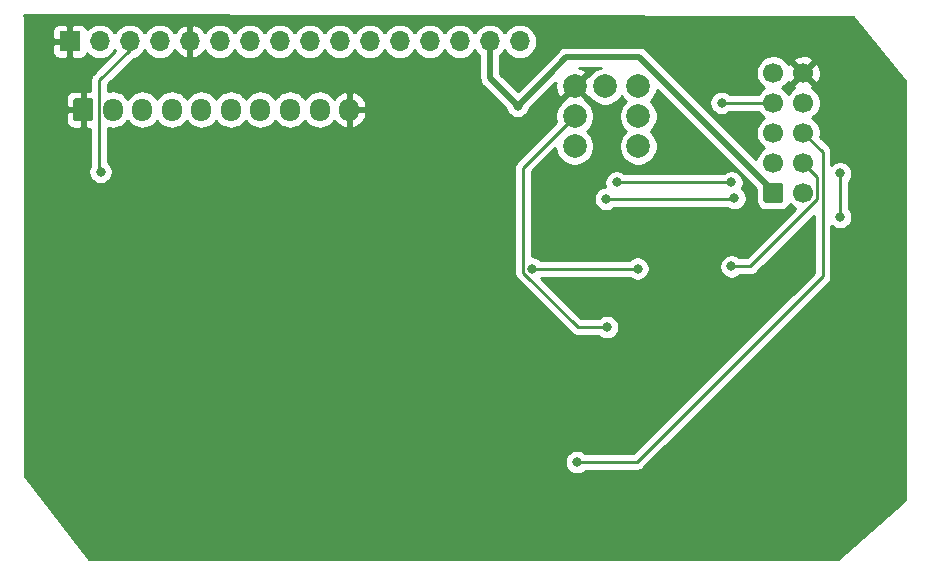
<source format=gbl>
G04 #@! TF.GenerationSoftware,KiCad,Pcbnew,(5.1.0)-1*
G04 #@! TF.CreationDate,2022-08-09T13:46:42+10:00*
G04 #@! TF.ProjectId,mainPCB_v0.9-br2,6d61696e-5043-4425-9f76-302e392d6272,rev?*
G04 #@! TF.SameCoordinates,Original*
G04 #@! TF.FileFunction,Copper,L2,Bot*
G04 #@! TF.FilePolarity,Positive*
%FSLAX46Y46*%
G04 Gerber Fmt 4.6, Leading zero omitted, Abs format (unit mm)*
G04 Created by KiCad (PCBNEW (5.1.0)-1) date 2022-08-09 13:46:42*
%MOMM*%
%LPD*%
G04 APERTURE LIST*
%ADD10C,1.700000*%
%ADD11C,0.100000*%
%ADD12O,1.700000X1.950000*%
%ADD13C,2.000000*%
%ADD14R,1.700000X1.700000*%
%ADD15O,1.700000X1.700000*%
%ADD16C,0.800000*%
%ADD17C,0.500000*%
%ADD18C,0.250000*%
%ADD19C,0.254000*%
G04 APERTURE END LIST*
D10*
X140525500Y-49530000D03*
X140525500Y-52070000D03*
X140525500Y-54610000D03*
X140525500Y-57150000D03*
X140525500Y-59690000D03*
X137985500Y-49530000D03*
X137985500Y-52070000D03*
X137985500Y-54610000D03*
X137985500Y-57150000D03*
D11*
G36*
X138610004Y-58841204D02*
G01*
X138634273Y-58844804D01*
X138658071Y-58850765D01*
X138681171Y-58859030D01*
X138703349Y-58869520D01*
X138724393Y-58882133D01*
X138744098Y-58896747D01*
X138762277Y-58913223D01*
X138778753Y-58931402D01*
X138793367Y-58951107D01*
X138805980Y-58972151D01*
X138816470Y-58994329D01*
X138824735Y-59017429D01*
X138830696Y-59041227D01*
X138834296Y-59065496D01*
X138835500Y-59090000D01*
X138835500Y-60290000D01*
X138834296Y-60314504D01*
X138830696Y-60338773D01*
X138824735Y-60362571D01*
X138816470Y-60385671D01*
X138805980Y-60407849D01*
X138793367Y-60428893D01*
X138778753Y-60448598D01*
X138762277Y-60466777D01*
X138744098Y-60483253D01*
X138724393Y-60497867D01*
X138703349Y-60510480D01*
X138681171Y-60520970D01*
X138658071Y-60529235D01*
X138634273Y-60535196D01*
X138610004Y-60538796D01*
X138585500Y-60540000D01*
X137385500Y-60540000D01*
X137360996Y-60538796D01*
X137336727Y-60535196D01*
X137312929Y-60529235D01*
X137289829Y-60520970D01*
X137267651Y-60510480D01*
X137246607Y-60497867D01*
X137226902Y-60483253D01*
X137208723Y-60466777D01*
X137192247Y-60448598D01*
X137177633Y-60428893D01*
X137165020Y-60407849D01*
X137154530Y-60385671D01*
X137146265Y-60362571D01*
X137140304Y-60338773D01*
X137136704Y-60314504D01*
X137135500Y-60290000D01*
X137135500Y-59090000D01*
X137136704Y-59065496D01*
X137140304Y-59041227D01*
X137146265Y-59017429D01*
X137154530Y-58994329D01*
X137165020Y-58972151D01*
X137177633Y-58951107D01*
X137192247Y-58931402D01*
X137208723Y-58913223D01*
X137226902Y-58896747D01*
X137246607Y-58882133D01*
X137267651Y-58869520D01*
X137289829Y-58859030D01*
X137312929Y-58850765D01*
X137336727Y-58844804D01*
X137360996Y-58841204D01*
X137385500Y-58840000D01*
X138585500Y-58840000D01*
X138610004Y-58841204D01*
X138610004Y-58841204D01*
G37*
D10*
X137985500Y-59690000D03*
D11*
G36*
X80190004Y-51667704D02*
G01*
X80214273Y-51671304D01*
X80238071Y-51677265D01*
X80261171Y-51685530D01*
X80283349Y-51696020D01*
X80304393Y-51708633D01*
X80324098Y-51723247D01*
X80342277Y-51739723D01*
X80358753Y-51757902D01*
X80373367Y-51777607D01*
X80385980Y-51798651D01*
X80396470Y-51820829D01*
X80404735Y-51843929D01*
X80410696Y-51867727D01*
X80414296Y-51891996D01*
X80415500Y-51916500D01*
X80415500Y-53366500D01*
X80414296Y-53391004D01*
X80410696Y-53415273D01*
X80404735Y-53439071D01*
X80396470Y-53462171D01*
X80385980Y-53484349D01*
X80373367Y-53505393D01*
X80358753Y-53525098D01*
X80342277Y-53543277D01*
X80324098Y-53559753D01*
X80304393Y-53574367D01*
X80283349Y-53586980D01*
X80261171Y-53597470D01*
X80238071Y-53605735D01*
X80214273Y-53611696D01*
X80190004Y-53615296D01*
X80165500Y-53616500D01*
X78965500Y-53616500D01*
X78940996Y-53615296D01*
X78916727Y-53611696D01*
X78892929Y-53605735D01*
X78869829Y-53597470D01*
X78847651Y-53586980D01*
X78826607Y-53574367D01*
X78806902Y-53559753D01*
X78788723Y-53543277D01*
X78772247Y-53525098D01*
X78757633Y-53505393D01*
X78745020Y-53484349D01*
X78734530Y-53462171D01*
X78726265Y-53439071D01*
X78720304Y-53415273D01*
X78716704Y-53391004D01*
X78715500Y-53366500D01*
X78715500Y-51916500D01*
X78716704Y-51891996D01*
X78720304Y-51867727D01*
X78726265Y-51843929D01*
X78734530Y-51820829D01*
X78745020Y-51798651D01*
X78757633Y-51777607D01*
X78772247Y-51757902D01*
X78788723Y-51739723D01*
X78806902Y-51723247D01*
X78826607Y-51708633D01*
X78847651Y-51696020D01*
X78869829Y-51685530D01*
X78892929Y-51677265D01*
X78916727Y-51671304D01*
X78940996Y-51667704D01*
X78965500Y-51666500D01*
X80165500Y-51666500D01*
X80190004Y-51667704D01*
X80190004Y-51667704D01*
G37*
D10*
X79565500Y-52641500D03*
D12*
X82065500Y-52641500D03*
X84565500Y-52641500D03*
X87065500Y-52641500D03*
X89565500Y-52641500D03*
X92065500Y-52641500D03*
X94565500Y-52641500D03*
X97065500Y-52641500D03*
X99565500Y-52641500D03*
X102065500Y-52641500D03*
D13*
X121158000Y-50673000D03*
X126558000Y-50673000D03*
X126558000Y-55753000D03*
X121158000Y-55753000D03*
X121158000Y-53213000D03*
X126558000Y-53213000D03*
X123758000Y-50673000D03*
D14*
X78422500Y-46863000D03*
D15*
X80962500Y-46863000D03*
X83502500Y-46863000D03*
X86042500Y-46863000D03*
X88582500Y-46863000D03*
X91122500Y-46863000D03*
X93662500Y-46863000D03*
X96202500Y-46863000D03*
X98742500Y-46863000D03*
X101282500Y-46863000D03*
X103822500Y-46863000D03*
X106362500Y-46863000D03*
X108902500Y-46863000D03*
X111442500Y-46863000D03*
X113982500Y-46863000D03*
X116522500Y-46863000D03*
D16*
X116332000Y-52324000D03*
X121348500Y-82486500D03*
X134429500Y-65913000D03*
X133604000Y-52070000D03*
X117538498Y-66103500D03*
X126492000Y-66103500D03*
X123888500Y-71056500D03*
X124714000Y-58801000D03*
X123825000Y-60198000D03*
X134683500Y-60134500D03*
X134429500Y-58800999D03*
X81026000Y-57912000D03*
X143637000Y-58039000D03*
X143637006Y-61722000D03*
X88074500Y-88201500D03*
X90868500Y-61595000D03*
X85788500Y-60769500D03*
X121094500Y-76200000D03*
X85915500Y-63563500D03*
X82994500Y-63563500D03*
X78295500Y-74295000D03*
X81026000Y-76136500D03*
X103378000Y-63436500D03*
X108585000Y-63373000D03*
X100330000Y-76200000D03*
X103505000Y-78105000D03*
X93472000Y-74104500D03*
X90614500Y-76009500D03*
X93472000Y-78486000D03*
X90932000Y-90360500D03*
X108585000Y-88265000D03*
X118681500Y-85725000D03*
X144018000Y-71056500D03*
X146431000Y-69278500D03*
X128714500Y-70993000D03*
X134112000Y-71056500D03*
X136398000Y-87503000D03*
X133794500Y-89471500D03*
X131381500Y-72961500D03*
X146494500Y-72644000D03*
X105918000Y-61722000D03*
X88328500Y-63500000D03*
X78295500Y-77978000D03*
X90932000Y-86296500D03*
X133794500Y-85598000D03*
X118745000Y-89344500D03*
X93281478Y-63499978D03*
X103505000Y-74175000D03*
X106026000Y-90170000D03*
X105925000Y-87115000D03*
X118599000Y-74295000D03*
X115569996Y-76200000D03*
X116332000Y-87503000D03*
D17*
X82065500Y-52516500D02*
X82065500Y-52641500D01*
X137985500Y-59563000D02*
X126619000Y-48196500D01*
X82065500Y-52766500D02*
X82065500Y-52641500D01*
X137985500Y-59690000D02*
X137985500Y-59563000D01*
X126619000Y-48196500D02*
X120459500Y-48196500D01*
X120459500Y-48196500D02*
X118872000Y-49784000D01*
X118872000Y-49784000D02*
X116332000Y-52324000D01*
X116332000Y-52324000D02*
X116332000Y-52324000D01*
X113982500Y-49974500D02*
X116332000Y-52324000D01*
X113982500Y-46863000D02*
X113982500Y-49974500D01*
D18*
X121914185Y-82486500D02*
X121348500Y-82486500D01*
X126428500Y-82486500D02*
X121914185Y-82486500D01*
X142150511Y-66764489D02*
X126428500Y-82486500D01*
X140525500Y-54610000D02*
X142150511Y-56235011D01*
X142150511Y-56235011D02*
X142150511Y-66764489D01*
X141375499Y-57999999D02*
X140525500Y-57150000D01*
X141700501Y-58325001D02*
X141375499Y-57999999D01*
X141700501Y-60254001D02*
X141700501Y-58325001D01*
X136041502Y-65913000D02*
X141700501Y-60254001D01*
X134429500Y-65913000D02*
X136041502Y-65913000D01*
X136783419Y-52070000D02*
X133604000Y-52070000D01*
X137985500Y-52070000D02*
X136783419Y-52070000D01*
X118104183Y-66103500D02*
X117538498Y-66103500D01*
X126492000Y-66103500D02*
X126492000Y-66103500D01*
X126492000Y-66103500D02*
X118104183Y-66103500D01*
X120158001Y-54212999D02*
X121158000Y-53213000D01*
X116813497Y-57557503D02*
X120158001Y-54212999D01*
X116813497Y-66451501D02*
X116813497Y-57557503D01*
X121418496Y-71056500D02*
X116813497Y-66451501D01*
X123888500Y-71056500D02*
X121418496Y-71056500D01*
X123825000Y-60198000D02*
X134620000Y-60198000D01*
X134620000Y-60198000D02*
X134683500Y-60134500D01*
X133863815Y-58800999D02*
X134429500Y-58800999D01*
X124714000Y-58801000D02*
X125279686Y-58800999D01*
X125279686Y-58800999D02*
X133863815Y-58800999D01*
X83502500Y-47561500D02*
X83502500Y-46863000D01*
X80890490Y-50173510D02*
X83502500Y-47561500D01*
X81026000Y-57912000D02*
X80890490Y-57776490D01*
X80890490Y-57776490D02*
X80890490Y-50173510D01*
X140525500Y-59690000D02*
X140366750Y-59848750D01*
X143637000Y-58039000D02*
X143637000Y-61721994D01*
X143637000Y-61721994D02*
X143637006Y-61722000D01*
D19*
G36*
X144719092Y-44767391D02*
G01*
X149098000Y-50209748D01*
X149098000Y-85667969D01*
X143461715Y-90678000D01*
X80072251Y-90678000D01*
X74639000Y-83667354D01*
X74639000Y-53616500D01*
X78077428Y-53616500D01*
X78089688Y-53740982D01*
X78125998Y-53860680D01*
X78184963Y-53970994D01*
X78264315Y-54067685D01*
X78361006Y-54147037D01*
X78471320Y-54206002D01*
X78591018Y-54242312D01*
X78715500Y-54254572D01*
X79279750Y-54251500D01*
X79438500Y-54092750D01*
X79438500Y-52768500D01*
X78239250Y-52768500D01*
X78080500Y-52927250D01*
X78077428Y-53616500D01*
X74639000Y-53616500D01*
X74639000Y-51666500D01*
X78077428Y-51666500D01*
X78080500Y-52355750D01*
X78239250Y-52514500D01*
X79438500Y-52514500D01*
X79438500Y-51190250D01*
X79279750Y-51031500D01*
X78715500Y-51028428D01*
X78591018Y-51040688D01*
X78471320Y-51076998D01*
X78361006Y-51135963D01*
X78264315Y-51215315D01*
X78184963Y-51312006D01*
X78125998Y-51422320D01*
X78089688Y-51542018D01*
X78077428Y-51666500D01*
X74639000Y-51666500D01*
X74639000Y-47713000D01*
X76934428Y-47713000D01*
X76946688Y-47837482D01*
X76982998Y-47957180D01*
X77041963Y-48067494D01*
X77121315Y-48164185D01*
X77218006Y-48243537D01*
X77328320Y-48302502D01*
X77448018Y-48338812D01*
X77572500Y-48351072D01*
X78136750Y-48348000D01*
X78295500Y-48189250D01*
X78295500Y-46990000D01*
X77096250Y-46990000D01*
X76937500Y-47148750D01*
X76934428Y-47713000D01*
X74639000Y-47713000D01*
X74639000Y-46013000D01*
X76934428Y-46013000D01*
X76937500Y-46577250D01*
X77096250Y-46736000D01*
X78295500Y-46736000D01*
X78295500Y-45536750D01*
X78549500Y-45536750D01*
X78549500Y-46736000D01*
X78569500Y-46736000D01*
X78569500Y-46990000D01*
X78549500Y-46990000D01*
X78549500Y-48189250D01*
X78708250Y-48348000D01*
X79272500Y-48351072D01*
X79396982Y-48338812D01*
X79516680Y-48302502D01*
X79626994Y-48243537D01*
X79723685Y-48164185D01*
X79803037Y-48067494D01*
X79862002Y-47957180D01*
X79882893Y-47888313D01*
X79907366Y-47918134D01*
X80133486Y-48103706D01*
X80391466Y-48241599D01*
X80671389Y-48326513D01*
X80889550Y-48348000D01*
X81035450Y-48348000D01*
X81253611Y-48326513D01*
X81533534Y-48241599D01*
X81791514Y-48103706D01*
X82017634Y-47918134D01*
X82203206Y-47692014D01*
X82232500Y-47637209D01*
X82261794Y-47692014D01*
X82277746Y-47711452D01*
X80379488Y-49609711D01*
X80350490Y-49633509D01*
X80326692Y-49662507D01*
X80326691Y-49662508D01*
X80255516Y-49749234D01*
X80184944Y-49881264D01*
X80141488Y-50024525D01*
X80126814Y-50173510D01*
X80130491Y-50210842D01*
X80130491Y-51029980D01*
X79851250Y-51031500D01*
X79692500Y-51190250D01*
X79692500Y-52514500D01*
X79712500Y-52514500D01*
X79712500Y-52768500D01*
X79692500Y-52768500D01*
X79692500Y-54092750D01*
X79851250Y-54251500D01*
X80130490Y-54253020D01*
X80130490Y-57389275D01*
X80108795Y-57421744D01*
X80030774Y-57610102D01*
X79991000Y-57810061D01*
X79991000Y-58013939D01*
X80030774Y-58213898D01*
X80108795Y-58402256D01*
X80222063Y-58571774D01*
X80366226Y-58715937D01*
X80535744Y-58829205D01*
X80724102Y-58907226D01*
X80924061Y-58947000D01*
X81127939Y-58947000D01*
X81327898Y-58907226D01*
X81516256Y-58829205D01*
X81685774Y-58715937D01*
X81829937Y-58571774D01*
X81943205Y-58402256D01*
X82021226Y-58213898D01*
X82061000Y-58013939D01*
X82061000Y-57810061D01*
X82021226Y-57610102D01*
X81999439Y-57557503D01*
X116049821Y-57557503D01*
X116053498Y-57594835D01*
X116053497Y-66414179D01*
X116049821Y-66451501D01*
X116053497Y-66488823D01*
X116053497Y-66488833D01*
X116064494Y-66600486D01*
X116107951Y-66743747D01*
X116178523Y-66875777D01*
X116204506Y-66907437D01*
X116273496Y-66991502D01*
X116302500Y-67015305D01*
X120854697Y-71567503D01*
X120878495Y-71596501D01*
X120907493Y-71620299D01*
X120994219Y-71691474D01*
X121126249Y-71762046D01*
X121269510Y-71805503D01*
X121381163Y-71816500D01*
X121381172Y-71816500D01*
X121418495Y-71820176D01*
X121455818Y-71816500D01*
X123184789Y-71816500D01*
X123228726Y-71860437D01*
X123398244Y-71973705D01*
X123586602Y-72051726D01*
X123786561Y-72091500D01*
X123990439Y-72091500D01*
X124190398Y-72051726D01*
X124378756Y-71973705D01*
X124548274Y-71860437D01*
X124692437Y-71716274D01*
X124805705Y-71546756D01*
X124883726Y-71358398D01*
X124923500Y-71158439D01*
X124923500Y-70954561D01*
X124883726Y-70754602D01*
X124805705Y-70566244D01*
X124692437Y-70396726D01*
X124548274Y-70252563D01*
X124378756Y-70139295D01*
X124190398Y-70061274D01*
X123990439Y-70021500D01*
X123786561Y-70021500D01*
X123586602Y-70061274D01*
X123398244Y-70139295D01*
X123228726Y-70252563D01*
X123184789Y-70296500D01*
X121733298Y-70296500D01*
X118300297Y-66863500D01*
X125788289Y-66863500D01*
X125832226Y-66907437D01*
X126001744Y-67020705D01*
X126190102Y-67098726D01*
X126390061Y-67138500D01*
X126593939Y-67138500D01*
X126793898Y-67098726D01*
X126982256Y-67020705D01*
X127151774Y-66907437D01*
X127295937Y-66763274D01*
X127409205Y-66593756D01*
X127487226Y-66405398D01*
X127527000Y-66205439D01*
X127527000Y-66001561D01*
X127487226Y-65801602D01*
X127409205Y-65613244D01*
X127295937Y-65443726D01*
X127151774Y-65299563D01*
X126982256Y-65186295D01*
X126793898Y-65108274D01*
X126593939Y-65068500D01*
X126390061Y-65068500D01*
X126190102Y-65108274D01*
X126001744Y-65186295D01*
X125832226Y-65299563D01*
X125788289Y-65343500D01*
X118242209Y-65343500D01*
X118198272Y-65299563D01*
X118028754Y-65186295D01*
X117840396Y-65108274D01*
X117640437Y-65068500D01*
X117573497Y-65068500D01*
X117573497Y-60096061D01*
X122790000Y-60096061D01*
X122790000Y-60299939D01*
X122829774Y-60499898D01*
X122907795Y-60688256D01*
X123021063Y-60857774D01*
X123165226Y-61001937D01*
X123334744Y-61115205D01*
X123523102Y-61193226D01*
X123723061Y-61233000D01*
X123926939Y-61233000D01*
X124126898Y-61193226D01*
X124315256Y-61115205D01*
X124484774Y-61001937D01*
X124528711Y-60958000D01*
X134053004Y-60958000D01*
X134193244Y-61051705D01*
X134381602Y-61129726D01*
X134581561Y-61169500D01*
X134785439Y-61169500D01*
X134985398Y-61129726D01*
X135173756Y-61051705D01*
X135343274Y-60938437D01*
X135487437Y-60794274D01*
X135600705Y-60624756D01*
X135678726Y-60436398D01*
X135718500Y-60236439D01*
X135718500Y-60032561D01*
X135678726Y-59832602D01*
X135600705Y-59644244D01*
X135487437Y-59474726D01*
X135343274Y-59330563D01*
X135327488Y-59320015D01*
X135346705Y-59291255D01*
X135424726Y-59102897D01*
X135464500Y-58902938D01*
X135464500Y-58699060D01*
X135424726Y-58499101D01*
X135346705Y-58310743D01*
X135233437Y-58141225D01*
X135089274Y-57997062D01*
X134919756Y-57883794D01*
X134731398Y-57805773D01*
X134531439Y-57765999D01*
X134327561Y-57765999D01*
X134127602Y-57805773D01*
X133939244Y-57883794D01*
X133769726Y-57997062D01*
X133725789Y-58040999D01*
X125417710Y-58040999D01*
X125373774Y-57997063D01*
X125204256Y-57883795D01*
X125015898Y-57805774D01*
X124815939Y-57766000D01*
X124612061Y-57766000D01*
X124412102Y-57805774D01*
X124223744Y-57883795D01*
X124054226Y-57997063D01*
X123910063Y-58141226D01*
X123796795Y-58310744D01*
X123718774Y-58499102D01*
X123679000Y-58699061D01*
X123679000Y-58902939D01*
X123718774Y-59102898D01*
X123743669Y-59163000D01*
X123723061Y-59163000D01*
X123523102Y-59202774D01*
X123334744Y-59280795D01*
X123165226Y-59394063D01*
X123021063Y-59538226D01*
X122907795Y-59707744D01*
X122829774Y-59896102D01*
X122790000Y-60096061D01*
X117573497Y-60096061D01*
X117573497Y-57872304D01*
X119524455Y-55921347D01*
X119585832Y-56229912D01*
X119709082Y-56527463D01*
X119888013Y-56795252D01*
X120115748Y-57022987D01*
X120383537Y-57201918D01*
X120681088Y-57325168D01*
X120996967Y-57388000D01*
X121319033Y-57388000D01*
X121634912Y-57325168D01*
X121932463Y-57201918D01*
X122200252Y-57022987D01*
X122427987Y-56795252D01*
X122606918Y-56527463D01*
X122730168Y-56229912D01*
X122793000Y-55914033D01*
X122793000Y-55591967D01*
X122730168Y-55276088D01*
X122606918Y-54978537D01*
X122427987Y-54710748D01*
X122200252Y-54483013D01*
X122200233Y-54483000D01*
X122200252Y-54482987D01*
X122427987Y-54255252D01*
X122606918Y-53987463D01*
X122730168Y-53689912D01*
X122793000Y-53374033D01*
X122793000Y-53051967D01*
X122730168Y-52736088D01*
X122606918Y-52438537D01*
X122427987Y-52170748D01*
X122200252Y-51943013D01*
X122091400Y-51870280D01*
X122113808Y-51808413D01*
X121158000Y-50852605D01*
X120202192Y-51808413D01*
X120224600Y-51870280D01*
X120115748Y-51943013D01*
X119888013Y-52170748D01*
X119709082Y-52438537D01*
X119585832Y-52736088D01*
X119523000Y-53051967D01*
X119523000Y-53374033D01*
X119585832Y-53689912D01*
X119591823Y-53704375D01*
X116302495Y-56993704D01*
X116273497Y-57017502D01*
X116249699Y-57046500D01*
X116249698Y-57046501D01*
X116178523Y-57133227D01*
X116107951Y-57265257D01*
X116081574Y-57352214D01*
X116064495Y-57408517D01*
X116056694Y-57487724D01*
X116049821Y-57557503D01*
X81999439Y-57557503D01*
X81943205Y-57421744D01*
X81829937Y-57252226D01*
X81685774Y-57108063D01*
X81650490Y-57084487D01*
X81650490Y-54192428D01*
X81774390Y-54230013D01*
X82065500Y-54258685D01*
X82356611Y-54230013D01*
X82636534Y-54145099D01*
X82894514Y-54007206D01*
X83120634Y-53821634D01*
X83306206Y-53595514D01*
X83315500Y-53578126D01*
X83324794Y-53595514D01*
X83510366Y-53821634D01*
X83736487Y-54007206D01*
X83994467Y-54145099D01*
X84274390Y-54230013D01*
X84565500Y-54258685D01*
X84856611Y-54230013D01*
X85136534Y-54145099D01*
X85394514Y-54007206D01*
X85620634Y-53821634D01*
X85806206Y-53595514D01*
X85815500Y-53578126D01*
X85824794Y-53595514D01*
X86010366Y-53821634D01*
X86236487Y-54007206D01*
X86494467Y-54145099D01*
X86774390Y-54230013D01*
X87065500Y-54258685D01*
X87356611Y-54230013D01*
X87636534Y-54145099D01*
X87894514Y-54007206D01*
X88120634Y-53821634D01*
X88306206Y-53595514D01*
X88315500Y-53578126D01*
X88324794Y-53595514D01*
X88510366Y-53821634D01*
X88736487Y-54007206D01*
X88994467Y-54145099D01*
X89274390Y-54230013D01*
X89565500Y-54258685D01*
X89856611Y-54230013D01*
X90136534Y-54145099D01*
X90394514Y-54007206D01*
X90620634Y-53821634D01*
X90806206Y-53595514D01*
X90815500Y-53578126D01*
X90824794Y-53595514D01*
X91010366Y-53821634D01*
X91236487Y-54007206D01*
X91494467Y-54145099D01*
X91774390Y-54230013D01*
X92065500Y-54258685D01*
X92356611Y-54230013D01*
X92636534Y-54145099D01*
X92894514Y-54007206D01*
X93120634Y-53821634D01*
X93306206Y-53595514D01*
X93315500Y-53578126D01*
X93324794Y-53595514D01*
X93510366Y-53821634D01*
X93736487Y-54007206D01*
X93994467Y-54145099D01*
X94274390Y-54230013D01*
X94565500Y-54258685D01*
X94856611Y-54230013D01*
X95136534Y-54145099D01*
X95394514Y-54007206D01*
X95620634Y-53821634D01*
X95806206Y-53595514D01*
X95815500Y-53578126D01*
X95824794Y-53595514D01*
X96010366Y-53821634D01*
X96236487Y-54007206D01*
X96494467Y-54145099D01*
X96774390Y-54230013D01*
X97065500Y-54258685D01*
X97356611Y-54230013D01*
X97636534Y-54145099D01*
X97894514Y-54007206D01*
X98120634Y-53821634D01*
X98306206Y-53595514D01*
X98315500Y-53578126D01*
X98324794Y-53595514D01*
X98510366Y-53821634D01*
X98736487Y-54007206D01*
X98994467Y-54145099D01*
X99274390Y-54230013D01*
X99565500Y-54258685D01*
X99856611Y-54230013D01*
X100136534Y-54145099D01*
X100394514Y-54007206D01*
X100620634Y-53821634D01*
X100806206Y-53595514D01*
X100819962Y-53569778D01*
X100976451Y-53775929D01*
X101194307Y-53968996D01*
X101445642Y-54115852D01*
X101708610Y-54207976D01*
X101938500Y-54086655D01*
X101938500Y-52768500D01*
X102192500Y-52768500D01*
X102192500Y-54086655D01*
X102422390Y-54207976D01*
X102685358Y-54115852D01*
X102936693Y-53968996D01*
X103154549Y-53775929D01*
X103330553Y-53544070D01*
X103457942Y-53282330D01*
X103531820Y-53000767D01*
X103391665Y-52768500D01*
X102192500Y-52768500D01*
X101938500Y-52768500D01*
X101918500Y-52768500D01*
X101918500Y-52514500D01*
X101938500Y-52514500D01*
X101938500Y-51196345D01*
X102192500Y-51196345D01*
X102192500Y-52514500D01*
X103391665Y-52514500D01*
X103531820Y-52282233D01*
X103457942Y-52000670D01*
X103330553Y-51738930D01*
X103154549Y-51507071D01*
X102936693Y-51314004D01*
X102685358Y-51167148D01*
X102422390Y-51075024D01*
X102192500Y-51196345D01*
X101938500Y-51196345D01*
X101708610Y-51075024D01*
X101445642Y-51167148D01*
X101194307Y-51314004D01*
X100976451Y-51507071D01*
X100819962Y-51713222D01*
X100806206Y-51687486D01*
X100620634Y-51461366D01*
X100394513Y-51275794D01*
X100136533Y-51137901D01*
X99856610Y-51052987D01*
X99565500Y-51024315D01*
X99274389Y-51052987D01*
X98994466Y-51137901D01*
X98736486Y-51275794D01*
X98510366Y-51461366D01*
X98324794Y-51687487D01*
X98315500Y-51704874D01*
X98306206Y-51687486D01*
X98120634Y-51461366D01*
X97894513Y-51275794D01*
X97636533Y-51137901D01*
X97356610Y-51052987D01*
X97065500Y-51024315D01*
X96774389Y-51052987D01*
X96494466Y-51137901D01*
X96236486Y-51275794D01*
X96010366Y-51461366D01*
X95824794Y-51687487D01*
X95815500Y-51704874D01*
X95806206Y-51687486D01*
X95620634Y-51461366D01*
X95394513Y-51275794D01*
X95136533Y-51137901D01*
X94856610Y-51052987D01*
X94565500Y-51024315D01*
X94274389Y-51052987D01*
X93994466Y-51137901D01*
X93736486Y-51275794D01*
X93510366Y-51461366D01*
X93324794Y-51687487D01*
X93315500Y-51704874D01*
X93306206Y-51687486D01*
X93120634Y-51461366D01*
X92894513Y-51275794D01*
X92636533Y-51137901D01*
X92356610Y-51052987D01*
X92065500Y-51024315D01*
X91774389Y-51052987D01*
X91494466Y-51137901D01*
X91236486Y-51275794D01*
X91010366Y-51461366D01*
X90824794Y-51687487D01*
X90815500Y-51704874D01*
X90806206Y-51687486D01*
X90620634Y-51461366D01*
X90394513Y-51275794D01*
X90136533Y-51137901D01*
X89856610Y-51052987D01*
X89565500Y-51024315D01*
X89274389Y-51052987D01*
X88994466Y-51137901D01*
X88736486Y-51275794D01*
X88510366Y-51461366D01*
X88324794Y-51687487D01*
X88315500Y-51704874D01*
X88306206Y-51687486D01*
X88120634Y-51461366D01*
X87894513Y-51275794D01*
X87636533Y-51137901D01*
X87356610Y-51052987D01*
X87065500Y-51024315D01*
X86774389Y-51052987D01*
X86494466Y-51137901D01*
X86236486Y-51275794D01*
X86010366Y-51461366D01*
X85824794Y-51687487D01*
X85815500Y-51704874D01*
X85806206Y-51687486D01*
X85620634Y-51461366D01*
X85394513Y-51275794D01*
X85136533Y-51137901D01*
X84856610Y-51052987D01*
X84565500Y-51024315D01*
X84274389Y-51052987D01*
X83994466Y-51137901D01*
X83736486Y-51275794D01*
X83510366Y-51461366D01*
X83324794Y-51687487D01*
X83315500Y-51704874D01*
X83306206Y-51687486D01*
X83120634Y-51461366D01*
X82894513Y-51275794D01*
X82636533Y-51137901D01*
X82356610Y-51052987D01*
X82065500Y-51024315D01*
X81774389Y-51052987D01*
X81650490Y-51090571D01*
X81650490Y-50488311D01*
X83820422Y-48318380D01*
X84073534Y-48241599D01*
X84331514Y-48103706D01*
X84557634Y-47918134D01*
X84743206Y-47692014D01*
X84772500Y-47637209D01*
X84801794Y-47692014D01*
X84987366Y-47918134D01*
X85213486Y-48103706D01*
X85471466Y-48241599D01*
X85751389Y-48326513D01*
X85969550Y-48348000D01*
X86115450Y-48348000D01*
X86333611Y-48326513D01*
X86613534Y-48241599D01*
X86871514Y-48103706D01*
X87097634Y-47918134D01*
X87283206Y-47692014D01*
X87317701Y-47627477D01*
X87387322Y-47744355D01*
X87582231Y-47960588D01*
X87815580Y-48134641D01*
X88078401Y-48259825D01*
X88225610Y-48304476D01*
X88455500Y-48183155D01*
X88455500Y-46990000D01*
X88435500Y-46990000D01*
X88435500Y-46736000D01*
X88455500Y-46736000D01*
X88455500Y-45542845D01*
X88709500Y-45542845D01*
X88709500Y-46736000D01*
X88729500Y-46736000D01*
X88729500Y-46990000D01*
X88709500Y-46990000D01*
X88709500Y-48183155D01*
X88939390Y-48304476D01*
X89086599Y-48259825D01*
X89349420Y-48134641D01*
X89582769Y-47960588D01*
X89777678Y-47744355D01*
X89847299Y-47627477D01*
X89881794Y-47692014D01*
X90067366Y-47918134D01*
X90293486Y-48103706D01*
X90551466Y-48241599D01*
X90831389Y-48326513D01*
X91049550Y-48348000D01*
X91195450Y-48348000D01*
X91413611Y-48326513D01*
X91693534Y-48241599D01*
X91951514Y-48103706D01*
X92177634Y-47918134D01*
X92363206Y-47692014D01*
X92392500Y-47637209D01*
X92421794Y-47692014D01*
X92607366Y-47918134D01*
X92833486Y-48103706D01*
X93091466Y-48241599D01*
X93371389Y-48326513D01*
X93589550Y-48348000D01*
X93735450Y-48348000D01*
X93953611Y-48326513D01*
X94233534Y-48241599D01*
X94491514Y-48103706D01*
X94717634Y-47918134D01*
X94903206Y-47692014D01*
X94932500Y-47637209D01*
X94961794Y-47692014D01*
X95147366Y-47918134D01*
X95373486Y-48103706D01*
X95631466Y-48241599D01*
X95911389Y-48326513D01*
X96129550Y-48348000D01*
X96275450Y-48348000D01*
X96493611Y-48326513D01*
X96773534Y-48241599D01*
X97031514Y-48103706D01*
X97257634Y-47918134D01*
X97443206Y-47692014D01*
X97472500Y-47637209D01*
X97501794Y-47692014D01*
X97687366Y-47918134D01*
X97913486Y-48103706D01*
X98171466Y-48241599D01*
X98451389Y-48326513D01*
X98669550Y-48348000D01*
X98815450Y-48348000D01*
X99033611Y-48326513D01*
X99313534Y-48241599D01*
X99571514Y-48103706D01*
X99797634Y-47918134D01*
X99983206Y-47692014D01*
X100012500Y-47637209D01*
X100041794Y-47692014D01*
X100227366Y-47918134D01*
X100453486Y-48103706D01*
X100711466Y-48241599D01*
X100991389Y-48326513D01*
X101209550Y-48348000D01*
X101355450Y-48348000D01*
X101573611Y-48326513D01*
X101853534Y-48241599D01*
X102111514Y-48103706D01*
X102337634Y-47918134D01*
X102523206Y-47692014D01*
X102552500Y-47637209D01*
X102581794Y-47692014D01*
X102767366Y-47918134D01*
X102993486Y-48103706D01*
X103251466Y-48241599D01*
X103531389Y-48326513D01*
X103749550Y-48348000D01*
X103895450Y-48348000D01*
X104113611Y-48326513D01*
X104393534Y-48241599D01*
X104651514Y-48103706D01*
X104877634Y-47918134D01*
X105063206Y-47692014D01*
X105092500Y-47637209D01*
X105121794Y-47692014D01*
X105307366Y-47918134D01*
X105533486Y-48103706D01*
X105791466Y-48241599D01*
X106071389Y-48326513D01*
X106289550Y-48348000D01*
X106435450Y-48348000D01*
X106653611Y-48326513D01*
X106933534Y-48241599D01*
X107191514Y-48103706D01*
X107417634Y-47918134D01*
X107603206Y-47692014D01*
X107632500Y-47637209D01*
X107661794Y-47692014D01*
X107847366Y-47918134D01*
X108073486Y-48103706D01*
X108331466Y-48241599D01*
X108611389Y-48326513D01*
X108829550Y-48348000D01*
X108975450Y-48348000D01*
X109193611Y-48326513D01*
X109473534Y-48241599D01*
X109731514Y-48103706D01*
X109957634Y-47918134D01*
X110143206Y-47692014D01*
X110172500Y-47637209D01*
X110201794Y-47692014D01*
X110387366Y-47918134D01*
X110613486Y-48103706D01*
X110871466Y-48241599D01*
X111151389Y-48326513D01*
X111369550Y-48348000D01*
X111515450Y-48348000D01*
X111733611Y-48326513D01*
X112013534Y-48241599D01*
X112271514Y-48103706D01*
X112497634Y-47918134D01*
X112683206Y-47692014D01*
X112712500Y-47637209D01*
X112741794Y-47692014D01*
X112927366Y-47918134D01*
X113097500Y-48057760D01*
X113097501Y-49931021D01*
X113093219Y-49974500D01*
X113110305Y-50147990D01*
X113160912Y-50314813D01*
X113243090Y-50468559D01*
X113325968Y-50569546D01*
X113325971Y-50569549D01*
X113353684Y-50603317D01*
X113387451Y-50631029D01*
X115325465Y-52569044D01*
X115336774Y-52625898D01*
X115414795Y-52814256D01*
X115528063Y-52983774D01*
X115672226Y-53127937D01*
X115841744Y-53241205D01*
X116030102Y-53319226D01*
X116230061Y-53359000D01*
X116433939Y-53359000D01*
X116633898Y-53319226D01*
X116822256Y-53241205D01*
X116991774Y-53127937D01*
X117135937Y-52983774D01*
X117249205Y-52814256D01*
X117327226Y-52625898D01*
X117338535Y-52569043D01*
X119528532Y-50379047D01*
X119528536Y-50379042D01*
X119550593Y-50356985D01*
X119535616Y-50414108D01*
X119516282Y-50735595D01*
X119560039Y-51054675D01*
X119665205Y-51359088D01*
X119758186Y-51533044D01*
X120022587Y-51628808D01*
X120978395Y-50673000D01*
X120964253Y-50658858D01*
X121143858Y-50479253D01*
X121158000Y-50493395D01*
X122113808Y-49537587D01*
X122018044Y-49273186D01*
X121728429Y-49132296D01*
X121534687Y-49081500D01*
X123378277Y-49081500D01*
X123281088Y-49100832D01*
X122983537Y-49224082D01*
X122715748Y-49403013D01*
X122488013Y-49630748D01*
X122403589Y-49757097D01*
X122293413Y-49717192D01*
X121337605Y-50673000D01*
X122293413Y-51628808D01*
X122403589Y-51588903D01*
X122488013Y-51715252D01*
X122715748Y-51942987D01*
X122983537Y-52121918D01*
X123281088Y-52245168D01*
X123596967Y-52308000D01*
X123919033Y-52308000D01*
X124234912Y-52245168D01*
X124532463Y-52121918D01*
X124800252Y-51942987D01*
X125027987Y-51715252D01*
X125158000Y-51520674D01*
X125288013Y-51715252D01*
X125515748Y-51942987D01*
X125515767Y-51943000D01*
X125515748Y-51943013D01*
X125288013Y-52170748D01*
X125109082Y-52438537D01*
X124985832Y-52736088D01*
X124923000Y-53051967D01*
X124923000Y-53374033D01*
X124985832Y-53689912D01*
X125109082Y-53987463D01*
X125288013Y-54255252D01*
X125515748Y-54482987D01*
X125515767Y-54483000D01*
X125515748Y-54483013D01*
X125288013Y-54710748D01*
X125109082Y-54978537D01*
X124985832Y-55276088D01*
X124923000Y-55591967D01*
X124923000Y-55914033D01*
X124985832Y-56229912D01*
X125109082Y-56527463D01*
X125288013Y-56795252D01*
X125515748Y-57022987D01*
X125783537Y-57201918D01*
X126081088Y-57325168D01*
X126396967Y-57388000D01*
X126719033Y-57388000D01*
X127034912Y-57325168D01*
X127332463Y-57201918D01*
X127600252Y-57022987D01*
X127827987Y-56795252D01*
X128006918Y-56527463D01*
X128130168Y-56229912D01*
X128193000Y-55914033D01*
X128193000Y-55591967D01*
X128130168Y-55276088D01*
X128006918Y-54978537D01*
X127827987Y-54710748D01*
X127600252Y-54483013D01*
X127600233Y-54483000D01*
X127600252Y-54482987D01*
X127827987Y-54255252D01*
X128006918Y-53987463D01*
X128130168Y-53689912D01*
X128193000Y-53374033D01*
X128193000Y-53051967D01*
X128130168Y-52736088D01*
X128006918Y-52438537D01*
X127827987Y-52170748D01*
X127600252Y-51943013D01*
X127600233Y-51943000D01*
X127600252Y-51942987D01*
X127827987Y-51715252D01*
X128006918Y-51447463D01*
X128130168Y-51149912D01*
X128161801Y-50990880D01*
X136497428Y-59326507D01*
X136497428Y-60290000D01*
X136514492Y-60463254D01*
X136565028Y-60629850D01*
X136647095Y-60783386D01*
X136757538Y-60917962D01*
X136892114Y-61028405D01*
X137045650Y-61110472D01*
X137212246Y-61161008D01*
X137385500Y-61178072D01*
X138585500Y-61178072D01*
X138758754Y-61161008D01*
X138925350Y-61110472D01*
X139078886Y-61028405D01*
X139213462Y-60917962D01*
X139323905Y-60783386D01*
X139391785Y-60656392D01*
X139578868Y-60843475D01*
X139822089Y-61005990D01*
X139858591Y-61021109D01*
X135726701Y-65153000D01*
X135133211Y-65153000D01*
X135089274Y-65109063D01*
X134919756Y-64995795D01*
X134731398Y-64917774D01*
X134531439Y-64878000D01*
X134327561Y-64878000D01*
X134127602Y-64917774D01*
X133939244Y-64995795D01*
X133769726Y-65109063D01*
X133625563Y-65253226D01*
X133512295Y-65422744D01*
X133434274Y-65611102D01*
X133394500Y-65811061D01*
X133394500Y-66014939D01*
X133434274Y-66214898D01*
X133512295Y-66403256D01*
X133625563Y-66572774D01*
X133769726Y-66716937D01*
X133939244Y-66830205D01*
X134127602Y-66908226D01*
X134327561Y-66948000D01*
X134531439Y-66948000D01*
X134731398Y-66908226D01*
X134919756Y-66830205D01*
X135089274Y-66716937D01*
X135133211Y-66673000D01*
X136004180Y-66673000D01*
X136041502Y-66676676D01*
X136078824Y-66673000D01*
X136078835Y-66673000D01*
X136190488Y-66662003D01*
X136333749Y-66618546D01*
X136465778Y-66547974D01*
X136581503Y-66453001D01*
X136605306Y-66423997D01*
X141390512Y-61638792D01*
X141390512Y-66449686D01*
X126113699Y-81726500D01*
X122052211Y-81726500D01*
X122008274Y-81682563D01*
X121838756Y-81569295D01*
X121650398Y-81491274D01*
X121450439Y-81451500D01*
X121246561Y-81451500D01*
X121046602Y-81491274D01*
X120858244Y-81569295D01*
X120688726Y-81682563D01*
X120544563Y-81826726D01*
X120431295Y-81996244D01*
X120353274Y-82184602D01*
X120313500Y-82384561D01*
X120313500Y-82588439D01*
X120353274Y-82788398D01*
X120431295Y-82976756D01*
X120544563Y-83146274D01*
X120688726Y-83290437D01*
X120858244Y-83403705D01*
X121046602Y-83481726D01*
X121246561Y-83521500D01*
X121450439Y-83521500D01*
X121650398Y-83481726D01*
X121838756Y-83403705D01*
X122008274Y-83290437D01*
X122052211Y-83246500D01*
X126391178Y-83246500D01*
X126428500Y-83250176D01*
X126465822Y-83246500D01*
X126465833Y-83246500D01*
X126577486Y-83235503D01*
X126720747Y-83192046D01*
X126852776Y-83121474D01*
X126968501Y-83026501D01*
X126992304Y-82997497D01*
X142661514Y-67328288D01*
X142690512Y-67304490D01*
X142785485Y-67188765D01*
X142856057Y-67056736D01*
X142899514Y-66913475D01*
X142910511Y-66801822D01*
X142910511Y-66801813D01*
X142914187Y-66764490D01*
X142910511Y-66727167D01*
X142910511Y-62459216D01*
X142977232Y-62525937D01*
X143146750Y-62639205D01*
X143335108Y-62717226D01*
X143535067Y-62757000D01*
X143738945Y-62757000D01*
X143938904Y-62717226D01*
X144127262Y-62639205D01*
X144296780Y-62525937D01*
X144440943Y-62381774D01*
X144554211Y-62212256D01*
X144632232Y-62023898D01*
X144672006Y-61823939D01*
X144672006Y-61620061D01*
X144632232Y-61420102D01*
X144554211Y-61231744D01*
X144440943Y-61062226D01*
X144397000Y-61018283D01*
X144397000Y-58742711D01*
X144440937Y-58698774D01*
X144554205Y-58529256D01*
X144632226Y-58340898D01*
X144672000Y-58140939D01*
X144672000Y-57937061D01*
X144632226Y-57737102D01*
X144554205Y-57548744D01*
X144440937Y-57379226D01*
X144296774Y-57235063D01*
X144127256Y-57121795D01*
X143938898Y-57043774D01*
X143738939Y-57004000D01*
X143535061Y-57004000D01*
X143335102Y-57043774D01*
X143146744Y-57121795D01*
X142977226Y-57235063D01*
X142910511Y-57301778D01*
X142910511Y-56272344D01*
X142914188Y-56235011D01*
X142899514Y-56086025D01*
X142856057Y-55942764D01*
X142785485Y-55810735D01*
X142714310Y-55724008D01*
X142690512Y-55695010D01*
X142661515Y-55671213D01*
X141966710Y-54976408D01*
X142010500Y-54756260D01*
X142010500Y-54463740D01*
X141953432Y-54176842D01*
X141841490Y-53906589D01*
X141678975Y-53663368D01*
X141472132Y-53456525D01*
X141297740Y-53340000D01*
X141472132Y-53223475D01*
X141678975Y-53016632D01*
X141841490Y-52773411D01*
X141953432Y-52503158D01*
X142010500Y-52216260D01*
X142010500Y-51923740D01*
X141953432Y-51636842D01*
X141841490Y-51366589D01*
X141678975Y-51123368D01*
X141472132Y-50916525D01*
X141298771Y-50800689D01*
X141374292Y-50558397D01*
X140525500Y-49709605D01*
X139676708Y-50558397D01*
X139752229Y-50800689D01*
X139578868Y-50916525D01*
X139372025Y-51123368D01*
X139255500Y-51297760D01*
X139138975Y-51123368D01*
X138932132Y-50916525D01*
X138757740Y-50800000D01*
X138932132Y-50683475D01*
X139138975Y-50476632D01*
X139254811Y-50303271D01*
X139497103Y-50378792D01*
X140345895Y-49530000D01*
X140705105Y-49530000D01*
X141553897Y-50378792D01*
X141802972Y-50301157D01*
X141928871Y-50037117D01*
X142000839Y-49753589D01*
X142016111Y-49461469D01*
X141974099Y-49171981D01*
X141876419Y-48896253D01*
X141802972Y-48758843D01*
X141553897Y-48681208D01*
X140705105Y-49530000D01*
X140345895Y-49530000D01*
X139497103Y-48681208D01*
X139254811Y-48756729D01*
X139138975Y-48583368D01*
X139057210Y-48501603D01*
X139676708Y-48501603D01*
X140525500Y-49350395D01*
X141374292Y-48501603D01*
X141296657Y-48252528D01*
X141032617Y-48126629D01*
X140749089Y-48054661D01*
X140456969Y-48039389D01*
X140167481Y-48081401D01*
X139891753Y-48179081D01*
X139754343Y-48252528D01*
X139676708Y-48501603D01*
X139057210Y-48501603D01*
X138932132Y-48376525D01*
X138688911Y-48214010D01*
X138418658Y-48102068D01*
X138131760Y-48045000D01*
X137839240Y-48045000D01*
X137552342Y-48102068D01*
X137282089Y-48214010D01*
X137038868Y-48376525D01*
X136832025Y-48583368D01*
X136669510Y-48826589D01*
X136557568Y-49096842D01*
X136500500Y-49383740D01*
X136500500Y-49676260D01*
X136557568Y-49963158D01*
X136669510Y-50233411D01*
X136832025Y-50476632D01*
X137038868Y-50683475D01*
X137213260Y-50800000D01*
X137038868Y-50916525D01*
X136832025Y-51123368D01*
X136707322Y-51310000D01*
X134307711Y-51310000D01*
X134263774Y-51266063D01*
X134094256Y-51152795D01*
X133905898Y-51074774D01*
X133705939Y-51035000D01*
X133502061Y-51035000D01*
X133302102Y-51074774D01*
X133113744Y-51152795D01*
X132944226Y-51266063D01*
X132800063Y-51410226D01*
X132686795Y-51579744D01*
X132608774Y-51768102D01*
X132569000Y-51968061D01*
X132569000Y-52171939D01*
X132608774Y-52371898D01*
X132686795Y-52560256D01*
X132800063Y-52729774D01*
X132944226Y-52873937D01*
X133113744Y-52987205D01*
X133302102Y-53065226D01*
X133502061Y-53105000D01*
X133705939Y-53105000D01*
X133905898Y-53065226D01*
X134094256Y-52987205D01*
X134263774Y-52873937D01*
X134307711Y-52830000D01*
X136707322Y-52830000D01*
X136832025Y-53016632D01*
X137038868Y-53223475D01*
X137213260Y-53340000D01*
X137038868Y-53456525D01*
X136832025Y-53663368D01*
X136669510Y-53906589D01*
X136557568Y-54176842D01*
X136500500Y-54463740D01*
X136500500Y-54756260D01*
X136557568Y-55043158D01*
X136669510Y-55313411D01*
X136832025Y-55556632D01*
X137038868Y-55763475D01*
X137213260Y-55880000D01*
X137038868Y-55996525D01*
X136832025Y-56203368D01*
X136669510Y-56446589D01*
X136557568Y-56716842D01*
X136529919Y-56855840D01*
X127275534Y-47601456D01*
X127247817Y-47567683D01*
X127113059Y-47457089D01*
X126959313Y-47374911D01*
X126792490Y-47324305D01*
X126662477Y-47311500D01*
X126662469Y-47311500D01*
X126619000Y-47307219D01*
X126575531Y-47311500D01*
X120502966Y-47311500D01*
X120459499Y-47307219D01*
X120416033Y-47311500D01*
X120416023Y-47311500D01*
X120286010Y-47324305D01*
X120119187Y-47374911D01*
X119965441Y-47457089D01*
X119965439Y-47457090D01*
X119965440Y-47457090D01*
X119864453Y-47539968D01*
X119864451Y-47539970D01*
X119830683Y-47567683D01*
X119802970Y-47601451D01*
X118276958Y-49127464D01*
X118276953Y-49127468D01*
X116332000Y-51072422D01*
X114867500Y-49607922D01*
X114867500Y-48057759D01*
X115037634Y-47918134D01*
X115223206Y-47692014D01*
X115252500Y-47637209D01*
X115281794Y-47692014D01*
X115467366Y-47918134D01*
X115693486Y-48103706D01*
X115951466Y-48241599D01*
X116231389Y-48326513D01*
X116449550Y-48348000D01*
X116595450Y-48348000D01*
X116813611Y-48326513D01*
X117093534Y-48241599D01*
X117351514Y-48103706D01*
X117577634Y-47918134D01*
X117763206Y-47692014D01*
X117901099Y-47434034D01*
X117986013Y-47154111D01*
X118014685Y-46863000D01*
X117986013Y-46571889D01*
X117901099Y-46291966D01*
X117763206Y-46033986D01*
X117577634Y-45807866D01*
X117351514Y-45622294D01*
X117093534Y-45484401D01*
X116813611Y-45399487D01*
X116595450Y-45378000D01*
X116449550Y-45378000D01*
X116231389Y-45399487D01*
X115951466Y-45484401D01*
X115693486Y-45622294D01*
X115467366Y-45807866D01*
X115281794Y-46033986D01*
X115252500Y-46088791D01*
X115223206Y-46033986D01*
X115037634Y-45807866D01*
X114811514Y-45622294D01*
X114553534Y-45484401D01*
X114273611Y-45399487D01*
X114055450Y-45378000D01*
X113909550Y-45378000D01*
X113691389Y-45399487D01*
X113411466Y-45484401D01*
X113153486Y-45622294D01*
X112927366Y-45807866D01*
X112741794Y-46033986D01*
X112712500Y-46088791D01*
X112683206Y-46033986D01*
X112497634Y-45807866D01*
X112271514Y-45622294D01*
X112013534Y-45484401D01*
X111733611Y-45399487D01*
X111515450Y-45378000D01*
X111369550Y-45378000D01*
X111151389Y-45399487D01*
X110871466Y-45484401D01*
X110613486Y-45622294D01*
X110387366Y-45807866D01*
X110201794Y-46033986D01*
X110172500Y-46088791D01*
X110143206Y-46033986D01*
X109957634Y-45807866D01*
X109731514Y-45622294D01*
X109473534Y-45484401D01*
X109193611Y-45399487D01*
X108975450Y-45378000D01*
X108829550Y-45378000D01*
X108611389Y-45399487D01*
X108331466Y-45484401D01*
X108073486Y-45622294D01*
X107847366Y-45807866D01*
X107661794Y-46033986D01*
X107632500Y-46088791D01*
X107603206Y-46033986D01*
X107417634Y-45807866D01*
X107191514Y-45622294D01*
X106933534Y-45484401D01*
X106653611Y-45399487D01*
X106435450Y-45378000D01*
X106289550Y-45378000D01*
X106071389Y-45399487D01*
X105791466Y-45484401D01*
X105533486Y-45622294D01*
X105307366Y-45807866D01*
X105121794Y-46033986D01*
X105092500Y-46088791D01*
X105063206Y-46033986D01*
X104877634Y-45807866D01*
X104651514Y-45622294D01*
X104393534Y-45484401D01*
X104113611Y-45399487D01*
X103895450Y-45378000D01*
X103749550Y-45378000D01*
X103531389Y-45399487D01*
X103251466Y-45484401D01*
X102993486Y-45622294D01*
X102767366Y-45807866D01*
X102581794Y-46033986D01*
X102552500Y-46088791D01*
X102523206Y-46033986D01*
X102337634Y-45807866D01*
X102111514Y-45622294D01*
X101853534Y-45484401D01*
X101573611Y-45399487D01*
X101355450Y-45378000D01*
X101209550Y-45378000D01*
X100991389Y-45399487D01*
X100711466Y-45484401D01*
X100453486Y-45622294D01*
X100227366Y-45807866D01*
X100041794Y-46033986D01*
X100012500Y-46088791D01*
X99983206Y-46033986D01*
X99797634Y-45807866D01*
X99571514Y-45622294D01*
X99313534Y-45484401D01*
X99033611Y-45399487D01*
X98815450Y-45378000D01*
X98669550Y-45378000D01*
X98451389Y-45399487D01*
X98171466Y-45484401D01*
X97913486Y-45622294D01*
X97687366Y-45807866D01*
X97501794Y-46033986D01*
X97472500Y-46088791D01*
X97443206Y-46033986D01*
X97257634Y-45807866D01*
X97031514Y-45622294D01*
X96773534Y-45484401D01*
X96493611Y-45399487D01*
X96275450Y-45378000D01*
X96129550Y-45378000D01*
X95911389Y-45399487D01*
X95631466Y-45484401D01*
X95373486Y-45622294D01*
X95147366Y-45807866D01*
X94961794Y-46033986D01*
X94932500Y-46088791D01*
X94903206Y-46033986D01*
X94717634Y-45807866D01*
X94491514Y-45622294D01*
X94233534Y-45484401D01*
X93953611Y-45399487D01*
X93735450Y-45378000D01*
X93589550Y-45378000D01*
X93371389Y-45399487D01*
X93091466Y-45484401D01*
X92833486Y-45622294D01*
X92607366Y-45807866D01*
X92421794Y-46033986D01*
X92392500Y-46088791D01*
X92363206Y-46033986D01*
X92177634Y-45807866D01*
X91951514Y-45622294D01*
X91693534Y-45484401D01*
X91413611Y-45399487D01*
X91195450Y-45378000D01*
X91049550Y-45378000D01*
X90831389Y-45399487D01*
X90551466Y-45484401D01*
X90293486Y-45622294D01*
X90067366Y-45807866D01*
X89881794Y-46033986D01*
X89847299Y-46098523D01*
X89777678Y-45981645D01*
X89582769Y-45765412D01*
X89349420Y-45591359D01*
X89086599Y-45466175D01*
X88939390Y-45421524D01*
X88709500Y-45542845D01*
X88455500Y-45542845D01*
X88225610Y-45421524D01*
X88078401Y-45466175D01*
X87815580Y-45591359D01*
X87582231Y-45765412D01*
X87387322Y-45981645D01*
X87317701Y-46098523D01*
X87283206Y-46033986D01*
X87097634Y-45807866D01*
X86871514Y-45622294D01*
X86613534Y-45484401D01*
X86333611Y-45399487D01*
X86115450Y-45378000D01*
X85969550Y-45378000D01*
X85751389Y-45399487D01*
X85471466Y-45484401D01*
X85213486Y-45622294D01*
X84987366Y-45807866D01*
X84801794Y-46033986D01*
X84772500Y-46088791D01*
X84743206Y-46033986D01*
X84557634Y-45807866D01*
X84331514Y-45622294D01*
X84073534Y-45484401D01*
X83793611Y-45399487D01*
X83575450Y-45378000D01*
X83429550Y-45378000D01*
X83211389Y-45399487D01*
X82931466Y-45484401D01*
X82673486Y-45622294D01*
X82447366Y-45807866D01*
X82261794Y-46033986D01*
X82232500Y-46088791D01*
X82203206Y-46033986D01*
X82017634Y-45807866D01*
X81791514Y-45622294D01*
X81533534Y-45484401D01*
X81253611Y-45399487D01*
X81035450Y-45378000D01*
X80889550Y-45378000D01*
X80671389Y-45399487D01*
X80391466Y-45484401D01*
X80133486Y-45622294D01*
X79907366Y-45807866D01*
X79882893Y-45837687D01*
X79862002Y-45768820D01*
X79803037Y-45658506D01*
X79723685Y-45561815D01*
X79626994Y-45482463D01*
X79516680Y-45423498D01*
X79396982Y-45387188D01*
X79272500Y-45374928D01*
X78708250Y-45378000D01*
X78549500Y-45536750D01*
X78295500Y-45536750D01*
X78136750Y-45378000D01*
X77572500Y-45374928D01*
X77448018Y-45387188D01*
X77328320Y-45423498D01*
X77218006Y-45482463D01*
X77121315Y-45561815D01*
X77041963Y-45658506D01*
X76982998Y-45768820D01*
X76946688Y-45888518D01*
X76934428Y-46013000D01*
X74639000Y-46013000D01*
X74639000Y-45076647D01*
X74642314Y-45043000D01*
X74629088Y-44908717D01*
X74589919Y-44779594D01*
X74526312Y-44660593D01*
X74510421Y-44641230D01*
X144719092Y-44767391D01*
X144719092Y-44767391D01*
G37*
X144719092Y-44767391D02*
X149098000Y-50209748D01*
X149098000Y-85667969D01*
X143461715Y-90678000D01*
X80072251Y-90678000D01*
X74639000Y-83667354D01*
X74639000Y-53616500D01*
X78077428Y-53616500D01*
X78089688Y-53740982D01*
X78125998Y-53860680D01*
X78184963Y-53970994D01*
X78264315Y-54067685D01*
X78361006Y-54147037D01*
X78471320Y-54206002D01*
X78591018Y-54242312D01*
X78715500Y-54254572D01*
X79279750Y-54251500D01*
X79438500Y-54092750D01*
X79438500Y-52768500D01*
X78239250Y-52768500D01*
X78080500Y-52927250D01*
X78077428Y-53616500D01*
X74639000Y-53616500D01*
X74639000Y-51666500D01*
X78077428Y-51666500D01*
X78080500Y-52355750D01*
X78239250Y-52514500D01*
X79438500Y-52514500D01*
X79438500Y-51190250D01*
X79279750Y-51031500D01*
X78715500Y-51028428D01*
X78591018Y-51040688D01*
X78471320Y-51076998D01*
X78361006Y-51135963D01*
X78264315Y-51215315D01*
X78184963Y-51312006D01*
X78125998Y-51422320D01*
X78089688Y-51542018D01*
X78077428Y-51666500D01*
X74639000Y-51666500D01*
X74639000Y-47713000D01*
X76934428Y-47713000D01*
X76946688Y-47837482D01*
X76982998Y-47957180D01*
X77041963Y-48067494D01*
X77121315Y-48164185D01*
X77218006Y-48243537D01*
X77328320Y-48302502D01*
X77448018Y-48338812D01*
X77572500Y-48351072D01*
X78136750Y-48348000D01*
X78295500Y-48189250D01*
X78295500Y-46990000D01*
X77096250Y-46990000D01*
X76937500Y-47148750D01*
X76934428Y-47713000D01*
X74639000Y-47713000D01*
X74639000Y-46013000D01*
X76934428Y-46013000D01*
X76937500Y-46577250D01*
X77096250Y-46736000D01*
X78295500Y-46736000D01*
X78295500Y-45536750D01*
X78549500Y-45536750D01*
X78549500Y-46736000D01*
X78569500Y-46736000D01*
X78569500Y-46990000D01*
X78549500Y-46990000D01*
X78549500Y-48189250D01*
X78708250Y-48348000D01*
X79272500Y-48351072D01*
X79396982Y-48338812D01*
X79516680Y-48302502D01*
X79626994Y-48243537D01*
X79723685Y-48164185D01*
X79803037Y-48067494D01*
X79862002Y-47957180D01*
X79882893Y-47888313D01*
X79907366Y-47918134D01*
X80133486Y-48103706D01*
X80391466Y-48241599D01*
X80671389Y-48326513D01*
X80889550Y-48348000D01*
X81035450Y-48348000D01*
X81253611Y-48326513D01*
X81533534Y-48241599D01*
X81791514Y-48103706D01*
X82017634Y-47918134D01*
X82203206Y-47692014D01*
X82232500Y-47637209D01*
X82261794Y-47692014D01*
X82277746Y-47711452D01*
X80379488Y-49609711D01*
X80350490Y-49633509D01*
X80326692Y-49662507D01*
X80326691Y-49662508D01*
X80255516Y-49749234D01*
X80184944Y-49881264D01*
X80141488Y-50024525D01*
X80126814Y-50173510D01*
X80130491Y-50210842D01*
X80130491Y-51029980D01*
X79851250Y-51031500D01*
X79692500Y-51190250D01*
X79692500Y-52514500D01*
X79712500Y-52514500D01*
X79712500Y-52768500D01*
X79692500Y-52768500D01*
X79692500Y-54092750D01*
X79851250Y-54251500D01*
X80130490Y-54253020D01*
X80130490Y-57389275D01*
X80108795Y-57421744D01*
X80030774Y-57610102D01*
X79991000Y-57810061D01*
X79991000Y-58013939D01*
X80030774Y-58213898D01*
X80108795Y-58402256D01*
X80222063Y-58571774D01*
X80366226Y-58715937D01*
X80535744Y-58829205D01*
X80724102Y-58907226D01*
X80924061Y-58947000D01*
X81127939Y-58947000D01*
X81327898Y-58907226D01*
X81516256Y-58829205D01*
X81685774Y-58715937D01*
X81829937Y-58571774D01*
X81943205Y-58402256D01*
X82021226Y-58213898D01*
X82061000Y-58013939D01*
X82061000Y-57810061D01*
X82021226Y-57610102D01*
X81999439Y-57557503D01*
X116049821Y-57557503D01*
X116053498Y-57594835D01*
X116053497Y-66414179D01*
X116049821Y-66451501D01*
X116053497Y-66488823D01*
X116053497Y-66488833D01*
X116064494Y-66600486D01*
X116107951Y-66743747D01*
X116178523Y-66875777D01*
X116204506Y-66907437D01*
X116273496Y-66991502D01*
X116302500Y-67015305D01*
X120854697Y-71567503D01*
X120878495Y-71596501D01*
X120907493Y-71620299D01*
X120994219Y-71691474D01*
X121126249Y-71762046D01*
X121269510Y-71805503D01*
X121381163Y-71816500D01*
X121381172Y-71816500D01*
X121418495Y-71820176D01*
X121455818Y-71816500D01*
X123184789Y-71816500D01*
X123228726Y-71860437D01*
X123398244Y-71973705D01*
X123586602Y-72051726D01*
X123786561Y-72091500D01*
X123990439Y-72091500D01*
X124190398Y-72051726D01*
X124378756Y-71973705D01*
X124548274Y-71860437D01*
X124692437Y-71716274D01*
X124805705Y-71546756D01*
X124883726Y-71358398D01*
X124923500Y-71158439D01*
X124923500Y-70954561D01*
X124883726Y-70754602D01*
X124805705Y-70566244D01*
X124692437Y-70396726D01*
X124548274Y-70252563D01*
X124378756Y-70139295D01*
X124190398Y-70061274D01*
X123990439Y-70021500D01*
X123786561Y-70021500D01*
X123586602Y-70061274D01*
X123398244Y-70139295D01*
X123228726Y-70252563D01*
X123184789Y-70296500D01*
X121733298Y-70296500D01*
X118300297Y-66863500D01*
X125788289Y-66863500D01*
X125832226Y-66907437D01*
X126001744Y-67020705D01*
X126190102Y-67098726D01*
X126390061Y-67138500D01*
X126593939Y-67138500D01*
X126793898Y-67098726D01*
X126982256Y-67020705D01*
X127151774Y-66907437D01*
X127295937Y-66763274D01*
X127409205Y-66593756D01*
X127487226Y-66405398D01*
X127527000Y-66205439D01*
X127527000Y-66001561D01*
X127487226Y-65801602D01*
X127409205Y-65613244D01*
X127295937Y-65443726D01*
X127151774Y-65299563D01*
X126982256Y-65186295D01*
X126793898Y-65108274D01*
X126593939Y-65068500D01*
X126390061Y-65068500D01*
X126190102Y-65108274D01*
X126001744Y-65186295D01*
X125832226Y-65299563D01*
X125788289Y-65343500D01*
X118242209Y-65343500D01*
X118198272Y-65299563D01*
X118028754Y-65186295D01*
X117840396Y-65108274D01*
X117640437Y-65068500D01*
X117573497Y-65068500D01*
X117573497Y-60096061D01*
X122790000Y-60096061D01*
X122790000Y-60299939D01*
X122829774Y-60499898D01*
X122907795Y-60688256D01*
X123021063Y-60857774D01*
X123165226Y-61001937D01*
X123334744Y-61115205D01*
X123523102Y-61193226D01*
X123723061Y-61233000D01*
X123926939Y-61233000D01*
X124126898Y-61193226D01*
X124315256Y-61115205D01*
X124484774Y-61001937D01*
X124528711Y-60958000D01*
X134053004Y-60958000D01*
X134193244Y-61051705D01*
X134381602Y-61129726D01*
X134581561Y-61169500D01*
X134785439Y-61169500D01*
X134985398Y-61129726D01*
X135173756Y-61051705D01*
X135343274Y-60938437D01*
X135487437Y-60794274D01*
X135600705Y-60624756D01*
X135678726Y-60436398D01*
X135718500Y-60236439D01*
X135718500Y-60032561D01*
X135678726Y-59832602D01*
X135600705Y-59644244D01*
X135487437Y-59474726D01*
X135343274Y-59330563D01*
X135327488Y-59320015D01*
X135346705Y-59291255D01*
X135424726Y-59102897D01*
X135464500Y-58902938D01*
X135464500Y-58699060D01*
X135424726Y-58499101D01*
X135346705Y-58310743D01*
X135233437Y-58141225D01*
X135089274Y-57997062D01*
X134919756Y-57883794D01*
X134731398Y-57805773D01*
X134531439Y-57765999D01*
X134327561Y-57765999D01*
X134127602Y-57805773D01*
X133939244Y-57883794D01*
X133769726Y-57997062D01*
X133725789Y-58040999D01*
X125417710Y-58040999D01*
X125373774Y-57997063D01*
X125204256Y-57883795D01*
X125015898Y-57805774D01*
X124815939Y-57766000D01*
X124612061Y-57766000D01*
X124412102Y-57805774D01*
X124223744Y-57883795D01*
X124054226Y-57997063D01*
X123910063Y-58141226D01*
X123796795Y-58310744D01*
X123718774Y-58499102D01*
X123679000Y-58699061D01*
X123679000Y-58902939D01*
X123718774Y-59102898D01*
X123743669Y-59163000D01*
X123723061Y-59163000D01*
X123523102Y-59202774D01*
X123334744Y-59280795D01*
X123165226Y-59394063D01*
X123021063Y-59538226D01*
X122907795Y-59707744D01*
X122829774Y-59896102D01*
X122790000Y-60096061D01*
X117573497Y-60096061D01*
X117573497Y-57872304D01*
X119524455Y-55921347D01*
X119585832Y-56229912D01*
X119709082Y-56527463D01*
X119888013Y-56795252D01*
X120115748Y-57022987D01*
X120383537Y-57201918D01*
X120681088Y-57325168D01*
X120996967Y-57388000D01*
X121319033Y-57388000D01*
X121634912Y-57325168D01*
X121932463Y-57201918D01*
X122200252Y-57022987D01*
X122427987Y-56795252D01*
X122606918Y-56527463D01*
X122730168Y-56229912D01*
X122793000Y-55914033D01*
X122793000Y-55591967D01*
X122730168Y-55276088D01*
X122606918Y-54978537D01*
X122427987Y-54710748D01*
X122200252Y-54483013D01*
X122200233Y-54483000D01*
X122200252Y-54482987D01*
X122427987Y-54255252D01*
X122606918Y-53987463D01*
X122730168Y-53689912D01*
X122793000Y-53374033D01*
X122793000Y-53051967D01*
X122730168Y-52736088D01*
X122606918Y-52438537D01*
X122427987Y-52170748D01*
X122200252Y-51943013D01*
X122091400Y-51870280D01*
X122113808Y-51808413D01*
X121158000Y-50852605D01*
X120202192Y-51808413D01*
X120224600Y-51870280D01*
X120115748Y-51943013D01*
X119888013Y-52170748D01*
X119709082Y-52438537D01*
X119585832Y-52736088D01*
X119523000Y-53051967D01*
X119523000Y-53374033D01*
X119585832Y-53689912D01*
X119591823Y-53704375D01*
X116302495Y-56993704D01*
X116273497Y-57017502D01*
X116249699Y-57046500D01*
X116249698Y-57046501D01*
X116178523Y-57133227D01*
X116107951Y-57265257D01*
X116081574Y-57352214D01*
X116064495Y-57408517D01*
X116056694Y-57487724D01*
X116049821Y-57557503D01*
X81999439Y-57557503D01*
X81943205Y-57421744D01*
X81829937Y-57252226D01*
X81685774Y-57108063D01*
X81650490Y-57084487D01*
X81650490Y-54192428D01*
X81774390Y-54230013D01*
X82065500Y-54258685D01*
X82356611Y-54230013D01*
X82636534Y-54145099D01*
X82894514Y-54007206D01*
X83120634Y-53821634D01*
X83306206Y-53595514D01*
X83315500Y-53578126D01*
X83324794Y-53595514D01*
X83510366Y-53821634D01*
X83736487Y-54007206D01*
X83994467Y-54145099D01*
X84274390Y-54230013D01*
X84565500Y-54258685D01*
X84856611Y-54230013D01*
X85136534Y-54145099D01*
X85394514Y-54007206D01*
X85620634Y-53821634D01*
X85806206Y-53595514D01*
X85815500Y-53578126D01*
X85824794Y-53595514D01*
X86010366Y-53821634D01*
X86236487Y-54007206D01*
X86494467Y-54145099D01*
X86774390Y-54230013D01*
X87065500Y-54258685D01*
X87356611Y-54230013D01*
X87636534Y-54145099D01*
X87894514Y-54007206D01*
X88120634Y-53821634D01*
X88306206Y-53595514D01*
X88315500Y-53578126D01*
X88324794Y-53595514D01*
X88510366Y-53821634D01*
X88736487Y-54007206D01*
X88994467Y-54145099D01*
X89274390Y-54230013D01*
X89565500Y-54258685D01*
X89856611Y-54230013D01*
X90136534Y-54145099D01*
X90394514Y-54007206D01*
X90620634Y-53821634D01*
X90806206Y-53595514D01*
X90815500Y-53578126D01*
X90824794Y-53595514D01*
X91010366Y-53821634D01*
X91236487Y-54007206D01*
X91494467Y-54145099D01*
X91774390Y-54230013D01*
X92065500Y-54258685D01*
X92356611Y-54230013D01*
X92636534Y-54145099D01*
X92894514Y-54007206D01*
X93120634Y-53821634D01*
X93306206Y-53595514D01*
X93315500Y-53578126D01*
X93324794Y-53595514D01*
X93510366Y-53821634D01*
X93736487Y-54007206D01*
X93994467Y-54145099D01*
X94274390Y-54230013D01*
X94565500Y-54258685D01*
X94856611Y-54230013D01*
X95136534Y-54145099D01*
X95394514Y-54007206D01*
X95620634Y-53821634D01*
X95806206Y-53595514D01*
X95815500Y-53578126D01*
X95824794Y-53595514D01*
X96010366Y-53821634D01*
X96236487Y-54007206D01*
X96494467Y-54145099D01*
X96774390Y-54230013D01*
X97065500Y-54258685D01*
X97356611Y-54230013D01*
X97636534Y-54145099D01*
X97894514Y-54007206D01*
X98120634Y-53821634D01*
X98306206Y-53595514D01*
X98315500Y-53578126D01*
X98324794Y-53595514D01*
X98510366Y-53821634D01*
X98736487Y-54007206D01*
X98994467Y-54145099D01*
X99274390Y-54230013D01*
X99565500Y-54258685D01*
X99856611Y-54230013D01*
X100136534Y-54145099D01*
X100394514Y-54007206D01*
X100620634Y-53821634D01*
X100806206Y-53595514D01*
X100819962Y-53569778D01*
X100976451Y-53775929D01*
X101194307Y-53968996D01*
X101445642Y-54115852D01*
X101708610Y-54207976D01*
X101938500Y-54086655D01*
X101938500Y-52768500D01*
X102192500Y-52768500D01*
X102192500Y-54086655D01*
X102422390Y-54207976D01*
X102685358Y-54115852D01*
X102936693Y-53968996D01*
X103154549Y-53775929D01*
X103330553Y-53544070D01*
X103457942Y-53282330D01*
X103531820Y-53000767D01*
X103391665Y-52768500D01*
X102192500Y-52768500D01*
X101938500Y-52768500D01*
X101918500Y-52768500D01*
X101918500Y-52514500D01*
X101938500Y-52514500D01*
X101938500Y-51196345D01*
X102192500Y-51196345D01*
X102192500Y-52514500D01*
X103391665Y-52514500D01*
X103531820Y-52282233D01*
X103457942Y-52000670D01*
X103330553Y-51738930D01*
X103154549Y-51507071D01*
X102936693Y-51314004D01*
X102685358Y-51167148D01*
X102422390Y-51075024D01*
X102192500Y-51196345D01*
X101938500Y-51196345D01*
X101708610Y-51075024D01*
X101445642Y-51167148D01*
X101194307Y-51314004D01*
X100976451Y-51507071D01*
X100819962Y-51713222D01*
X100806206Y-51687486D01*
X100620634Y-51461366D01*
X100394513Y-51275794D01*
X100136533Y-51137901D01*
X99856610Y-51052987D01*
X99565500Y-51024315D01*
X99274389Y-51052987D01*
X98994466Y-51137901D01*
X98736486Y-51275794D01*
X98510366Y-51461366D01*
X98324794Y-51687487D01*
X98315500Y-51704874D01*
X98306206Y-51687486D01*
X98120634Y-51461366D01*
X97894513Y-51275794D01*
X97636533Y-51137901D01*
X97356610Y-51052987D01*
X97065500Y-51024315D01*
X96774389Y-51052987D01*
X96494466Y-51137901D01*
X96236486Y-51275794D01*
X96010366Y-51461366D01*
X95824794Y-51687487D01*
X95815500Y-51704874D01*
X95806206Y-51687486D01*
X95620634Y-51461366D01*
X95394513Y-51275794D01*
X95136533Y-51137901D01*
X94856610Y-51052987D01*
X94565500Y-51024315D01*
X94274389Y-51052987D01*
X93994466Y-51137901D01*
X93736486Y-51275794D01*
X93510366Y-51461366D01*
X93324794Y-51687487D01*
X93315500Y-51704874D01*
X93306206Y-51687486D01*
X93120634Y-51461366D01*
X92894513Y-51275794D01*
X92636533Y-51137901D01*
X92356610Y-51052987D01*
X92065500Y-51024315D01*
X91774389Y-51052987D01*
X91494466Y-51137901D01*
X91236486Y-51275794D01*
X91010366Y-51461366D01*
X90824794Y-51687487D01*
X90815500Y-51704874D01*
X90806206Y-51687486D01*
X90620634Y-51461366D01*
X90394513Y-51275794D01*
X90136533Y-51137901D01*
X89856610Y-51052987D01*
X89565500Y-51024315D01*
X89274389Y-51052987D01*
X88994466Y-51137901D01*
X88736486Y-51275794D01*
X88510366Y-51461366D01*
X88324794Y-51687487D01*
X88315500Y-51704874D01*
X88306206Y-51687486D01*
X88120634Y-51461366D01*
X87894513Y-51275794D01*
X87636533Y-51137901D01*
X87356610Y-51052987D01*
X87065500Y-51024315D01*
X86774389Y-51052987D01*
X86494466Y-51137901D01*
X86236486Y-51275794D01*
X86010366Y-51461366D01*
X85824794Y-51687487D01*
X85815500Y-51704874D01*
X85806206Y-51687486D01*
X85620634Y-51461366D01*
X85394513Y-51275794D01*
X85136533Y-51137901D01*
X84856610Y-51052987D01*
X84565500Y-51024315D01*
X84274389Y-51052987D01*
X83994466Y-51137901D01*
X83736486Y-51275794D01*
X83510366Y-51461366D01*
X83324794Y-51687487D01*
X83315500Y-51704874D01*
X83306206Y-51687486D01*
X83120634Y-51461366D01*
X82894513Y-51275794D01*
X82636533Y-51137901D01*
X82356610Y-51052987D01*
X82065500Y-51024315D01*
X81774389Y-51052987D01*
X81650490Y-51090571D01*
X81650490Y-50488311D01*
X83820422Y-48318380D01*
X84073534Y-48241599D01*
X84331514Y-48103706D01*
X84557634Y-47918134D01*
X84743206Y-47692014D01*
X84772500Y-47637209D01*
X84801794Y-47692014D01*
X84987366Y-47918134D01*
X85213486Y-48103706D01*
X85471466Y-48241599D01*
X85751389Y-48326513D01*
X85969550Y-48348000D01*
X86115450Y-48348000D01*
X86333611Y-48326513D01*
X86613534Y-48241599D01*
X86871514Y-48103706D01*
X87097634Y-47918134D01*
X87283206Y-47692014D01*
X87317701Y-47627477D01*
X87387322Y-47744355D01*
X87582231Y-47960588D01*
X87815580Y-48134641D01*
X88078401Y-48259825D01*
X88225610Y-48304476D01*
X88455500Y-48183155D01*
X88455500Y-46990000D01*
X88435500Y-46990000D01*
X88435500Y-46736000D01*
X88455500Y-46736000D01*
X88455500Y-45542845D01*
X88709500Y-45542845D01*
X88709500Y-46736000D01*
X88729500Y-46736000D01*
X88729500Y-46990000D01*
X88709500Y-46990000D01*
X88709500Y-48183155D01*
X88939390Y-48304476D01*
X89086599Y-48259825D01*
X89349420Y-48134641D01*
X89582769Y-47960588D01*
X89777678Y-47744355D01*
X89847299Y-47627477D01*
X89881794Y-47692014D01*
X90067366Y-47918134D01*
X90293486Y-48103706D01*
X90551466Y-48241599D01*
X90831389Y-48326513D01*
X91049550Y-48348000D01*
X91195450Y-48348000D01*
X91413611Y-48326513D01*
X91693534Y-48241599D01*
X91951514Y-48103706D01*
X92177634Y-47918134D01*
X92363206Y-47692014D01*
X92392500Y-47637209D01*
X92421794Y-47692014D01*
X92607366Y-47918134D01*
X92833486Y-48103706D01*
X93091466Y-48241599D01*
X93371389Y-48326513D01*
X93589550Y-48348000D01*
X93735450Y-48348000D01*
X93953611Y-48326513D01*
X94233534Y-48241599D01*
X94491514Y-48103706D01*
X94717634Y-47918134D01*
X94903206Y-47692014D01*
X94932500Y-47637209D01*
X94961794Y-47692014D01*
X95147366Y-47918134D01*
X95373486Y-48103706D01*
X95631466Y-48241599D01*
X95911389Y-48326513D01*
X96129550Y-48348000D01*
X96275450Y-48348000D01*
X96493611Y-48326513D01*
X96773534Y-48241599D01*
X97031514Y-48103706D01*
X97257634Y-47918134D01*
X97443206Y-47692014D01*
X97472500Y-47637209D01*
X97501794Y-47692014D01*
X97687366Y-47918134D01*
X97913486Y-48103706D01*
X98171466Y-48241599D01*
X98451389Y-48326513D01*
X98669550Y-48348000D01*
X98815450Y-48348000D01*
X99033611Y-48326513D01*
X99313534Y-48241599D01*
X99571514Y-48103706D01*
X99797634Y-47918134D01*
X99983206Y-47692014D01*
X100012500Y-47637209D01*
X100041794Y-47692014D01*
X100227366Y-47918134D01*
X100453486Y-48103706D01*
X100711466Y-48241599D01*
X100991389Y-48326513D01*
X101209550Y-48348000D01*
X101355450Y-48348000D01*
X101573611Y-48326513D01*
X101853534Y-48241599D01*
X102111514Y-48103706D01*
X102337634Y-47918134D01*
X102523206Y-47692014D01*
X102552500Y-47637209D01*
X102581794Y-47692014D01*
X102767366Y-47918134D01*
X102993486Y-48103706D01*
X103251466Y-48241599D01*
X103531389Y-48326513D01*
X103749550Y-48348000D01*
X103895450Y-48348000D01*
X104113611Y-48326513D01*
X104393534Y-48241599D01*
X104651514Y-48103706D01*
X104877634Y-47918134D01*
X105063206Y-47692014D01*
X105092500Y-47637209D01*
X105121794Y-47692014D01*
X105307366Y-47918134D01*
X105533486Y-48103706D01*
X105791466Y-48241599D01*
X106071389Y-48326513D01*
X106289550Y-48348000D01*
X106435450Y-48348000D01*
X106653611Y-48326513D01*
X106933534Y-48241599D01*
X107191514Y-48103706D01*
X107417634Y-47918134D01*
X107603206Y-47692014D01*
X107632500Y-47637209D01*
X107661794Y-47692014D01*
X107847366Y-47918134D01*
X108073486Y-48103706D01*
X108331466Y-48241599D01*
X108611389Y-48326513D01*
X108829550Y-48348000D01*
X108975450Y-48348000D01*
X109193611Y-48326513D01*
X109473534Y-48241599D01*
X109731514Y-48103706D01*
X109957634Y-47918134D01*
X110143206Y-47692014D01*
X110172500Y-47637209D01*
X110201794Y-47692014D01*
X110387366Y-47918134D01*
X110613486Y-48103706D01*
X110871466Y-48241599D01*
X111151389Y-48326513D01*
X111369550Y-48348000D01*
X111515450Y-48348000D01*
X111733611Y-48326513D01*
X112013534Y-48241599D01*
X112271514Y-48103706D01*
X112497634Y-47918134D01*
X112683206Y-47692014D01*
X112712500Y-47637209D01*
X112741794Y-47692014D01*
X112927366Y-47918134D01*
X113097500Y-48057760D01*
X113097501Y-49931021D01*
X113093219Y-49974500D01*
X113110305Y-50147990D01*
X113160912Y-50314813D01*
X113243090Y-50468559D01*
X113325968Y-50569546D01*
X113325971Y-50569549D01*
X113353684Y-50603317D01*
X113387451Y-50631029D01*
X115325465Y-52569044D01*
X115336774Y-52625898D01*
X115414795Y-52814256D01*
X115528063Y-52983774D01*
X115672226Y-53127937D01*
X115841744Y-53241205D01*
X116030102Y-53319226D01*
X116230061Y-53359000D01*
X116433939Y-53359000D01*
X116633898Y-53319226D01*
X116822256Y-53241205D01*
X116991774Y-53127937D01*
X117135937Y-52983774D01*
X117249205Y-52814256D01*
X117327226Y-52625898D01*
X117338535Y-52569043D01*
X119528532Y-50379047D01*
X119528536Y-50379042D01*
X119550593Y-50356985D01*
X119535616Y-50414108D01*
X119516282Y-50735595D01*
X119560039Y-51054675D01*
X119665205Y-51359088D01*
X119758186Y-51533044D01*
X120022587Y-51628808D01*
X120978395Y-50673000D01*
X120964253Y-50658858D01*
X121143858Y-50479253D01*
X121158000Y-50493395D01*
X122113808Y-49537587D01*
X122018044Y-49273186D01*
X121728429Y-49132296D01*
X121534687Y-49081500D01*
X123378277Y-49081500D01*
X123281088Y-49100832D01*
X122983537Y-49224082D01*
X122715748Y-49403013D01*
X122488013Y-49630748D01*
X122403589Y-49757097D01*
X122293413Y-49717192D01*
X121337605Y-50673000D01*
X122293413Y-51628808D01*
X122403589Y-51588903D01*
X122488013Y-51715252D01*
X122715748Y-51942987D01*
X122983537Y-52121918D01*
X123281088Y-52245168D01*
X123596967Y-52308000D01*
X123919033Y-52308000D01*
X124234912Y-52245168D01*
X124532463Y-52121918D01*
X124800252Y-51942987D01*
X125027987Y-51715252D01*
X125158000Y-51520674D01*
X125288013Y-51715252D01*
X125515748Y-51942987D01*
X125515767Y-51943000D01*
X125515748Y-51943013D01*
X125288013Y-52170748D01*
X125109082Y-52438537D01*
X124985832Y-52736088D01*
X124923000Y-53051967D01*
X124923000Y-53374033D01*
X124985832Y-53689912D01*
X125109082Y-53987463D01*
X125288013Y-54255252D01*
X125515748Y-54482987D01*
X125515767Y-54483000D01*
X125515748Y-54483013D01*
X125288013Y-54710748D01*
X125109082Y-54978537D01*
X124985832Y-55276088D01*
X124923000Y-55591967D01*
X124923000Y-55914033D01*
X124985832Y-56229912D01*
X125109082Y-56527463D01*
X125288013Y-56795252D01*
X125515748Y-57022987D01*
X125783537Y-57201918D01*
X126081088Y-57325168D01*
X126396967Y-57388000D01*
X126719033Y-57388000D01*
X127034912Y-57325168D01*
X127332463Y-57201918D01*
X127600252Y-57022987D01*
X127827987Y-56795252D01*
X128006918Y-56527463D01*
X128130168Y-56229912D01*
X128193000Y-55914033D01*
X128193000Y-55591967D01*
X128130168Y-55276088D01*
X128006918Y-54978537D01*
X127827987Y-54710748D01*
X127600252Y-54483013D01*
X127600233Y-54483000D01*
X127600252Y-54482987D01*
X127827987Y-54255252D01*
X128006918Y-53987463D01*
X128130168Y-53689912D01*
X128193000Y-53374033D01*
X128193000Y-53051967D01*
X128130168Y-52736088D01*
X128006918Y-52438537D01*
X127827987Y-52170748D01*
X127600252Y-51943013D01*
X127600233Y-51943000D01*
X127600252Y-51942987D01*
X127827987Y-51715252D01*
X128006918Y-51447463D01*
X128130168Y-51149912D01*
X128161801Y-50990880D01*
X136497428Y-59326507D01*
X136497428Y-60290000D01*
X136514492Y-60463254D01*
X136565028Y-60629850D01*
X136647095Y-60783386D01*
X136757538Y-60917962D01*
X136892114Y-61028405D01*
X137045650Y-61110472D01*
X137212246Y-61161008D01*
X137385500Y-61178072D01*
X138585500Y-61178072D01*
X138758754Y-61161008D01*
X138925350Y-61110472D01*
X139078886Y-61028405D01*
X139213462Y-60917962D01*
X139323905Y-60783386D01*
X139391785Y-60656392D01*
X139578868Y-60843475D01*
X139822089Y-61005990D01*
X139858591Y-61021109D01*
X135726701Y-65153000D01*
X135133211Y-65153000D01*
X135089274Y-65109063D01*
X134919756Y-64995795D01*
X134731398Y-64917774D01*
X134531439Y-64878000D01*
X134327561Y-64878000D01*
X134127602Y-64917774D01*
X133939244Y-64995795D01*
X133769726Y-65109063D01*
X133625563Y-65253226D01*
X133512295Y-65422744D01*
X133434274Y-65611102D01*
X133394500Y-65811061D01*
X133394500Y-66014939D01*
X133434274Y-66214898D01*
X133512295Y-66403256D01*
X133625563Y-66572774D01*
X133769726Y-66716937D01*
X133939244Y-66830205D01*
X134127602Y-66908226D01*
X134327561Y-66948000D01*
X134531439Y-66948000D01*
X134731398Y-66908226D01*
X134919756Y-66830205D01*
X135089274Y-66716937D01*
X135133211Y-66673000D01*
X136004180Y-66673000D01*
X136041502Y-66676676D01*
X136078824Y-66673000D01*
X136078835Y-66673000D01*
X136190488Y-66662003D01*
X136333749Y-66618546D01*
X136465778Y-66547974D01*
X136581503Y-66453001D01*
X136605306Y-66423997D01*
X141390512Y-61638792D01*
X141390512Y-66449686D01*
X126113699Y-81726500D01*
X122052211Y-81726500D01*
X122008274Y-81682563D01*
X121838756Y-81569295D01*
X121650398Y-81491274D01*
X121450439Y-81451500D01*
X121246561Y-81451500D01*
X121046602Y-81491274D01*
X120858244Y-81569295D01*
X120688726Y-81682563D01*
X120544563Y-81826726D01*
X120431295Y-81996244D01*
X120353274Y-82184602D01*
X120313500Y-82384561D01*
X120313500Y-82588439D01*
X120353274Y-82788398D01*
X120431295Y-82976756D01*
X120544563Y-83146274D01*
X120688726Y-83290437D01*
X120858244Y-83403705D01*
X121046602Y-83481726D01*
X121246561Y-83521500D01*
X121450439Y-83521500D01*
X121650398Y-83481726D01*
X121838756Y-83403705D01*
X122008274Y-83290437D01*
X122052211Y-83246500D01*
X126391178Y-83246500D01*
X126428500Y-83250176D01*
X126465822Y-83246500D01*
X126465833Y-83246500D01*
X126577486Y-83235503D01*
X126720747Y-83192046D01*
X126852776Y-83121474D01*
X126968501Y-83026501D01*
X126992304Y-82997497D01*
X142661514Y-67328288D01*
X142690512Y-67304490D01*
X142785485Y-67188765D01*
X142856057Y-67056736D01*
X142899514Y-66913475D01*
X142910511Y-66801822D01*
X142910511Y-66801813D01*
X142914187Y-66764490D01*
X142910511Y-66727167D01*
X142910511Y-62459216D01*
X142977232Y-62525937D01*
X143146750Y-62639205D01*
X143335108Y-62717226D01*
X143535067Y-62757000D01*
X143738945Y-62757000D01*
X143938904Y-62717226D01*
X144127262Y-62639205D01*
X144296780Y-62525937D01*
X144440943Y-62381774D01*
X144554211Y-62212256D01*
X144632232Y-62023898D01*
X144672006Y-61823939D01*
X144672006Y-61620061D01*
X144632232Y-61420102D01*
X144554211Y-61231744D01*
X144440943Y-61062226D01*
X144397000Y-61018283D01*
X144397000Y-58742711D01*
X144440937Y-58698774D01*
X144554205Y-58529256D01*
X144632226Y-58340898D01*
X144672000Y-58140939D01*
X144672000Y-57937061D01*
X144632226Y-57737102D01*
X144554205Y-57548744D01*
X144440937Y-57379226D01*
X144296774Y-57235063D01*
X144127256Y-57121795D01*
X143938898Y-57043774D01*
X143738939Y-57004000D01*
X143535061Y-57004000D01*
X143335102Y-57043774D01*
X143146744Y-57121795D01*
X142977226Y-57235063D01*
X142910511Y-57301778D01*
X142910511Y-56272344D01*
X142914188Y-56235011D01*
X142899514Y-56086025D01*
X142856057Y-55942764D01*
X142785485Y-55810735D01*
X142714310Y-55724008D01*
X142690512Y-55695010D01*
X142661515Y-55671213D01*
X141966710Y-54976408D01*
X142010500Y-54756260D01*
X142010500Y-54463740D01*
X141953432Y-54176842D01*
X141841490Y-53906589D01*
X141678975Y-53663368D01*
X141472132Y-53456525D01*
X141297740Y-53340000D01*
X141472132Y-53223475D01*
X141678975Y-53016632D01*
X141841490Y-52773411D01*
X141953432Y-52503158D01*
X142010500Y-52216260D01*
X142010500Y-51923740D01*
X141953432Y-51636842D01*
X141841490Y-51366589D01*
X141678975Y-51123368D01*
X141472132Y-50916525D01*
X141298771Y-50800689D01*
X141374292Y-50558397D01*
X140525500Y-49709605D01*
X139676708Y-50558397D01*
X139752229Y-50800689D01*
X139578868Y-50916525D01*
X139372025Y-51123368D01*
X139255500Y-51297760D01*
X139138975Y-51123368D01*
X138932132Y-50916525D01*
X138757740Y-50800000D01*
X138932132Y-50683475D01*
X139138975Y-50476632D01*
X139254811Y-50303271D01*
X139497103Y-50378792D01*
X140345895Y-49530000D01*
X140705105Y-49530000D01*
X141553897Y-50378792D01*
X141802972Y-50301157D01*
X141928871Y-50037117D01*
X142000839Y-49753589D01*
X142016111Y-49461469D01*
X141974099Y-49171981D01*
X141876419Y-48896253D01*
X141802972Y-48758843D01*
X141553897Y-48681208D01*
X140705105Y-49530000D01*
X140345895Y-49530000D01*
X139497103Y-48681208D01*
X139254811Y-48756729D01*
X139138975Y-48583368D01*
X139057210Y-48501603D01*
X139676708Y-48501603D01*
X140525500Y-49350395D01*
X141374292Y-48501603D01*
X141296657Y-48252528D01*
X141032617Y-48126629D01*
X140749089Y-48054661D01*
X140456969Y-48039389D01*
X140167481Y-48081401D01*
X139891753Y-48179081D01*
X139754343Y-48252528D01*
X139676708Y-48501603D01*
X139057210Y-48501603D01*
X138932132Y-48376525D01*
X138688911Y-48214010D01*
X138418658Y-48102068D01*
X138131760Y-48045000D01*
X137839240Y-48045000D01*
X137552342Y-48102068D01*
X137282089Y-48214010D01*
X137038868Y-48376525D01*
X136832025Y-48583368D01*
X136669510Y-48826589D01*
X136557568Y-49096842D01*
X136500500Y-49383740D01*
X136500500Y-49676260D01*
X136557568Y-49963158D01*
X136669510Y-50233411D01*
X136832025Y-50476632D01*
X137038868Y-50683475D01*
X137213260Y-50800000D01*
X137038868Y-50916525D01*
X136832025Y-51123368D01*
X136707322Y-51310000D01*
X134307711Y-51310000D01*
X134263774Y-51266063D01*
X134094256Y-51152795D01*
X133905898Y-51074774D01*
X133705939Y-51035000D01*
X133502061Y-51035000D01*
X133302102Y-51074774D01*
X133113744Y-51152795D01*
X132944226Y-51266063D01*
X132800063Y-51410226D01*
X132686795Y-51579744D01*
X132608774Y-51768102D01*
X132569000Y-51968061D01*
X132569000Y-52171939D01*
X132608774Y-52371898D01*
X132686795Y-52560256D01*
X132800063Y-52729774D01*
X132944226Y-52873937D01*
X133113744Y-52987205D01*
X133302102Y-53065226D01*
X133502061Y-53105000D01*
X133705939Y-53105000D01*
X133905898Y-53065226D01*
X134094256Y-52987205D01*
X134263774Y-52873937D01*
X134307711Y-52830000D01*
X136707322Y-52830000D01*
X136832025Y-53016632D01*
X137038868Y-53223475D01*
X137213260Y-53340000D01*
X137038868Y-53456525D01*
X136832025Y-53663368D01*
X136669510Y-53906589D01*
X136557568Y-54176842D01*
X136500500Y-54463740D01*
X136500500Y-54756260D01*
X136557568Y-55043158D01*
X136669510Y-55313411D01*
X136832025Y-55556632D01*
X137038868Y-55763475D01*
X137213260Y-55880000D01*
X137038868Y-55996525D01*
X136832025Y-56203368D01*
X136669510Y-56446589D01*
X136557568Y-56716842D01*
X136529919Y-56855840D01*
X127275534Y-47601456D01*
X127247817Y-47567683D01*
X127113059Y-47457089D01*
X126959313Y-47374911D01*
X126792490Y-47324305D01*
X126662477Y-47311500D01*
X126662469Y-47311500D01*
X126619000Y-47307219D01*
X126575531Y-47311500D01*
X120502966Y-47311500D01*
X120459499Y-47307219D01*
X120416033Y-47311500D01*
X120416023Y-47311500D01*
X120286010Y-47324305D01*
X120119187Y-47374911D01*
X119965441Y-47457089D01*
X119965439Y-47457090D01*
X119965440Y-47457090D01*
X119864453Y-47539968D01*
X119864451Y-47539970D01*
X119830683Y-47567683D01*
X119802970Y-47601451D01*
X118276958Y-49127464D01*
X118276953Y-49127468D01*
X116332000Y-51072422D01*
X114867500Y-49607922D01*
X114867500Y-48057759D01*
X115037634Y-47918134D01*
X115223206Y-47692014D01*
X115252500Y-47637209D01*
X115281794Y-47692014D01*
X115467366Y-47918134D01*
X115693486Y-48103706D01*
X115951466Y-48241599D01*
X116231389Y-48326513D01*
X116449550Y-48348000D01*
X116595450Y-48348000D01*
X116813611Y-48326513D01*
X117093534Y-48241599D01*
X117351514Y-48103706D01*
X117577634Y-47918134D01*
X117763206Y-47692014D01*
X117901099Y-47434034D01*
X117986013Y-47154111D01*
X118014685Y-46863000D01*
X117986013Y-46571889D01*
X117901099Y-46291966D01*
X117763206Y-46033986D01*
X117577634Y-45807866D01*
X117351514Y-45622294D01*
X117093534Y-45484401D01*
X116813611Y-45399487D01*
X116595450Y-45378000D01*
X116449550Y-45378000D01*
X116231389Y-45399487D01*
X115951466Y-45484401D01*
X115693486Y-45622294D01*
X115467366Y-45807866D01*
X115281794Y-46033986D01*
X115252500Y-46088791D01*
X115223206Y-46033986D01*
X115037634Y-45807866D01*
X114811514Y-45622294D01*
X114553534Y-45484401D01*
X114273611Y-45399487D01*
X114055450Y-45378000D01*
X113909550Y-45378000D01*
X113691389Y-45399487D01*
X113411466Y-45484401D01*
X113153486Y-45622294D01*
X112927366Y-45807866D01*
X112741794Y-46033986D01*
X112712500Y-46088791D01*
X112683206Y-46033986D01*
X112497634Y-45807866D01*
X112271514Y-45622294D01*
X112013534Y-45484401D01*
X111733611Y-45399487D01*
X111515450Y-45378000D01*
X111369550Y-45378000D01*
X111151389Y-45399487D01*
X110871466Y-45484401D01*
X110613486Y-45622294D01*
X110387366Y-45807866D01*
X110201794Y-46033986D01*
X110172500Y-46088791D01*
X110143206Y-46033986D01*
X109957634Y-45807866D01*
X109731514Y-45622294D01*
X109473534Y-45484401D01*
X109193611Y-45399487D01*
X108975450Y-45378000D01*
X108829550Y-45378000D01*
X108611389Y-45399487D01*
X108331466Y-45484401D01*
X108073486Y-45622294D01*
X107847366Y-45807866D01*
X107661794Y-46033986D01*
X107632500Y-46088791D01*
X107603206Y-46033986D01*
X107417634Y-45807866D01*
X107191514Y-45622294D01*
X106933534Y-45484401D01*
X106653611Y-45399487D01*
X106435450Y-45378000D01*
X106289550Y-45378000D01*
X106071389Y-45399487D01*
X105791466Y-45484401D01*
X105533486Y-45622294D01*
X105307366Y-45807866D01*
X105121794Y-46033986D01*
X105092500Y-46088791D01*
X105063206Y-46033986D01*
X104877634Y-45807866D01*
X104651514Y-45622294D01*
X104393534Y-45484401D01*
X104113611Y-45399487D01*
X103895450Y-45378000D01*
X103749550Y-45378000D01*
X103531389Y-45399487D01*
X103251466Y-45484401D01*
X102993486Y-45622294D01*
X102767366Y-45807866D01*
X102581794Y-46033986D01*
X102552500Y-46088791D01*
X102523206Y-46033986D01*
X102337634Y-45807866D01*
X102111514Y-45622294D01*
X101853534Y-45484401D01*
X101573611Y-45399487D01*
X101355450Y-45378000D01*
X101209550Y-45378000D01*
X100991389Y-45399487D01*
X100711466Y-45484401D01*
X100453486Y-45622294D01*
X100227366Y-45807866D01*
X100041794Y-46033986D01*
X100012500Y-46088791D01*
X99983206Y-46033986D01*
X99797634Y-45807866D01*
X99571514Y-45622294D01*
X99313534Y-45484401D01*
X99033611Y-45399487D01*
X98815450Y-45378000D01*
X98669550Y-45378000D01*
X98451389Y-45399487D01*
X98171466Y-45484401D01*
X97913486Y-45622294D01*
X97687366Y-45807866D01*
X97501794Y-46033986D01*
X97472500Y-46088791D01*
X97443206Y-46033986D01*
X97257634Y-45807866D01*
X97031514Y-45622294D01*
X96773534Y-45484401D01*
X96493611Y-45399487D01*
X96275450Y-45378000D01*
X96129550Y-45378000D01*
X95911389Y-45399487D01*
X95631466Y-45484401D01*
X95373486Y-45622294D01*
X95147366Y-45807866D01*
X94961794Y-46033986D01*
X94932500Y-46088791D01*
X94903206Y-46033986D01*
X94717634Y-45807866D01*
X94491514Y-45622294D01*
X94233534Y-45484401D01*
X93953611Y-45399487D01*
X93735450Y-45378000D01*
X93589550Y-45378000D01*
X93371389Y-45399487D01*
X93091466Y-45484401D01*
X92833486Y-45622294D01*
X92607366Y-45807866D01*
X92421794Y-46033986D01*
X92392500Y-46088791D01*
X92363206Y-46033986D01*
X92177634Y-45807866D01*
X91951514Y-45622294D01*
X91693534Y-45484401D01*
X91413611Y-45399487D01*
X91195450Y-45378000D01*
X91049550Y-45378000D01*
X90831389Y-45399487D01*
X90551466Y-45484401D01*
X90293486Y-45622294D01*
X90067366Y-45807866D01*
X89881794Y-46033986D01*
X89847299Y-46098523D01*
X89777678Y-45981645D01*
X89582769Y-45765412D01*
X89349420Y-45591359D01*
X89086599Y-45466175D01*
X88939390Y-45421524D01*
X88709500Y-45542845D01*
X88455500Y-45542845D01*
X88225610Y-45421524D01*
X88078401Y-45466175D01*
X87815580Y-45591359D01*
X87582231Y-45765412D01*
X87387322Y-45981645D01*
X87317701Y-46098523D01*
X87283206Y-46033986D01*
X87097634Y-45807866D01*
X86871514Y-45622294D01*
X86613534Y-45484401D01*
X86333611Y-45399487D01*
X86115450Y-45378000D01*
X85969550Y-45378000D01*
X85751389Y-45399487D01*
X85471466Y-45484401D01*
X85213486Y-45622294D01*
X84987366Y-45807866D01*
X84801794Y-46033986D01*
X84772500Y-46088791D01*
X84743206Y-46033986D01*
X84557634Y-45807866D01*
X84331514Y-45622294D01*
X84073534Y-45484401D01*
X83793611Y-45399487D01*
X83575450Y-45378000D01*
X83429550Y-45378000D01*
X83211389Y-45399487D01*
X82931466Y-45484401D01*
X82673486Y-45622294D01*
X82447366Y-45807866D01*
X82261794Y-46033986D01*
X82232500Y-46088791D01*
X82203206Y-46033986D01*
X82017634Y-45807866D01*
X81791514Y-45622294D01*
X81533534Y-45484401D01*
X81253611Y-45399487D01*
X81035450Y-45378000D01*
X80889550Y-45378000D01*
X80671389Y-45399487D01*
X80391466Y-45484401D01*
X80133486Y-45622294D01*
X79907366Y-45807866D01*
X79882893Y-45837687D01*
X79862002Y-45768820D01*
X79803037Y-45658506D01*
X79723685Y-45561815D01*
X79626994Y-45482463D01*
X79516680Y-45423498D01*
X79396982Y-45387188D01*
X79272500Y-45374928D01*
X78708250Y-45378000D01*
X78549500Y-45536750D01*
X78295500Y-45536750D01*
X78136750Y-45378000D01*
X77572500Y-45374928D01*
X77448018Y-45387188D01*
X77328320Y-45423498D01*
X77218006Y-45482463D01*
X77121315Y-45561815D01*
X77041963Y-45658506D01*
X76982998Y-45768820D01*
X76946688Y-45888518D01*
X76934428Y-46013000D01*
X74639000Y-46013000D01*
X74639000Y-45076647D01*
X74642314Y-45043000D01*
X74629088Y-44908717D01*
X74589919Y-44779594D01*
X74526312Y-44660593D01*
X74510421Y-44641230D01*
X144719092Y-44767391D01*
M02*

</source>
